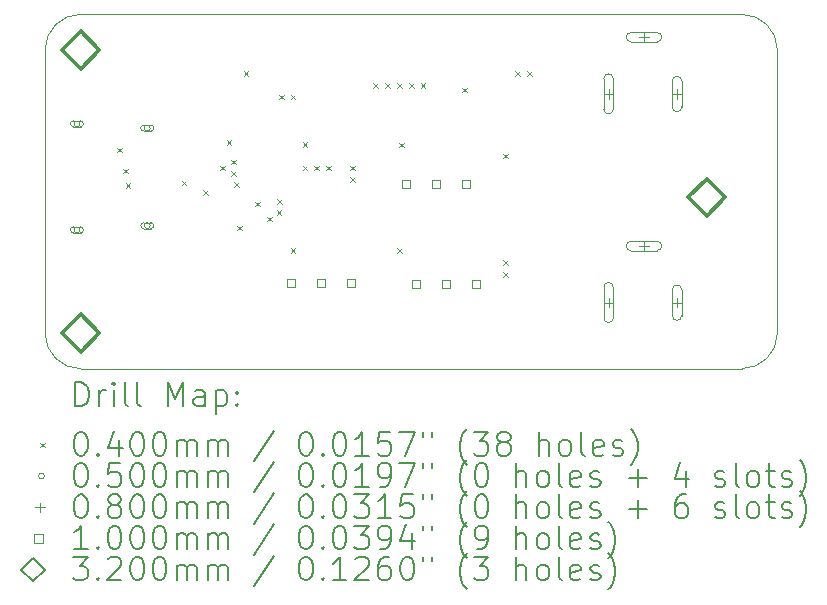
<source format=gbr>
%TF.GenerationSoftware,KiCad,Pcbnew,7.0.10-7.0.10~ubuntu20.04.1*%
%TF.CreationDate,2024-10-07T18:02:47+02:00*%
%TF.ProjectId,powerplay,706f7765-7270-46c6-9179-2e6b69636164,rev?*%
%TF.SameCoordinates,Original*%
%TF.FileFunction,Drillmap*%
%TF.FilePolarity,Positive*%
%FSLAX45Y45*%
G04 Gerber Fmt 4.5, Leading zero omitted, Abs format (unit mm)*
G04 Created by KiCad (PCBNEW 7.0.10-7.0.10~ubuntu20.04.1) date 2024-10-07 18:02:47*
%MOMM*%
%LPD*%
G01*
G04 APERTURE LIST*
%ADD10C,0.100000*%
%ADD11C,0.200000*%
%ADD12C,0.320000*%
G04 APERTURE END LIST*
D10*
X12400000Y-9400000D02*
G75*
G03*
X12700000Y-9700000I300000J0D01*
G01*
X12700000Y-6700000D02*
G75*
G03*
X12400000Y-7000000I0J-300000D01*
G01*
X18600000Y-7000000D02*
G75*
G03*
X18300000Y-6700000I-300000J0D01*
G01*
X18300000Y-9700000D02*
X12700000Y-9700000D01*
X12700000Y-6700000D02*
X18300000Y-6700000D01*
X18300000Y-9700000D02*
G75*
G03*
X18600000Y-9400000I0J300000D01*
G01*
X18600000Y-7000000D02*
X18600000Y-9400000D01*
X12400000Y-9400000D02*
X12400000Y-7000000D01*
D11*
D10*
X13010200Y-7828600D02*
X13050200Y-7868600D01*
X13050200Y-7828600D02*
X13010200Y-7868600D01*
X13061000Y-8006400D02*
X13101000Y-8046400D01*
X13101000Y-8006400D02*
X13061000Y-8046400D01*
X13082023Y-8126947D02*
X13122023Y-8166947D01*
X13122023Y-8126947D02*
X13082023Y-8166947D01*
X13556131Y-8108322D02*
X13596131Y-8148322D01*
X13596131Y-8108322D02*
X13556131Y-8148322D01*
X13737739Y-8186830D02*
X13777739Y-8226830D01*
X13777739Y-8186830D02*
X13737739Y-8226830D01*
X13880000Y-7980000D02*
X13920000Y-8020000D01*
X13920000Y-7980000D02*
X13880000Y-8020000D01*
X13937300Y-7765100D02*
X13977300Y-7805100D01*
X13977300Y-7765100D02*
X13937300Y-7805100D01*
X13974324Y-8028094D02*
X14014324Y-8068094D01*
X14014324Y-8028094D02*
X13974324Y-8068094D01*
X13975400Y-7930200D02*
X14015400Y-7970200D01*
X14015400Y-7930200D02*
X13975400Y-7970200D01*
X14000800Y-8119330D02*
X14040800Y-8159330D01*
X14040800Y-8119330D02*
X14000800Y-8159330D01*
X14026200Y-8489000D02*
X14066200Y-8529000D01*
X14066200Y-8489000D02*
X14026200Y-8529000D01*
X14080000Y-7180000D02*
X14120000Y-7220000D01*
X14120000Y-7180000D02*
X14080000Y-7220000D01*
X14178600Y-8285800D02*
X14218600Y-8325800D01*
X14218600Y-8285800D02*
X14178600Y-8325800D01*
X14280200Y-8412800D02*
X14320200Y-8452800D01*
X14320200Y-8412800D02*
X14280200Y-8452800D01*
X14359245Y-8360103D02*
X14399245Y-8400103D01*
X14399245Y-8360103D02*
X14359245Y-8400103D01*
X14365100Y-8265300D02*
X14405100Y-8305300D01*
X14405100Y-8265300D02*
X14365100Y-8305300D01*
X14380000Y-7380000D02*
X14420000Y-7420000D01*
X14420000Y-7380000D02*
X14380000Y-7420000D01*
X14480000Y-7380000D02*
X14520000Y-7420000D01*
X14520000Y-7380000D02*
X14480000Y-7420000D01*
X14480000Y-8680000D02*
X14520000Y-8720000D01*
X14520000Y-8680000D02*
X14480000Y-8720000D01*
X14580000Y-7780000D02*
X14620000Y-7820000D01*
X14620000Y-7780000D02*
X14580000Y-7820000D01*
X14580000Y-7980000D02*
X14620000Y-8020000D01*
X14620000Y-7980000D02*
X14580000Y-8020000D01*
X14680000Y-7980000D02*
X14720000Y-8020000D01*
X14720000Y-7980000D02*
X14680000Y-8020000D01*
X14780000Y-7980000D02*
X14820000Y-8020000D01*
X14820000Y-7980000D02*
X14780000Y-8020000D01*
X14980000Y-7980000D02*
X15020000Y-8020000D01*
X15020000Y-7980000D02*
X14980000Y-8020000D01*
X14980000Y-8080000D02*
X15020000Y-8120000D01*
X15020000Y-8080000D02*
X14980000Y-8120000D01*
X15180000Y-7280000D02*
X15220000Y-7320000D01*
X15220000Y-7280000D02*
X15180000Y-7320000D01*
X15280000Y-7280000D02*
X15320000Y-7320000D01*
X15320000Y-7280000D02*
X15280000Y-7320000D01*
X15380000Y-7280000D02*
X15420000Y-7320000D01*
X15420000Y-7280000D02*
X15380000Y-7320000D01*
X15380000Y-8680000D02*
X15420000Y-8720000D01*
X15420000Y-8680000D02*
X15380000Y-8720000D01*
X15397800Y-7786500D02*
X15437800Y-7826500D01*
X15437800Y-7786500D02*
X15397800Y-7826500D01*
X15480000Y-7280000D02*
X15520000Y-7320000D01*
X15520000Y-7280000D02*
X15480000Y-7320000D01*
X15580000Y-7280000D02*
X15620000Y-7320000D01*
X15620000Y-7280000D02*
X15580000Y-7320000D01*
X15931200Y-7320600D02*
X15971200Y-7360600D01*
X15971200Y-7320600D02*
X15931200Y-7360600D01*
X16280000Y-7880000D02*
X16320000Y-7920000D01*
X16320000Y-7880000D02*
X16280000Y-7920000D01*
X16280000Y-8780000D02*
X16320000Y-8820000D01*
X16320000Y-8780000D02*
X16280000Y-8820000D01*
X16280000Y-8880000D02*
X16320000Y-8920000D01*
X16320000Y-8880000D02*
X16280000Y-8920000D01*
X16380000Y-7180000D02*
X16420000Y-7220000D01*
X16420000Y-7180000D02*
X16380000Y-7220000D01*
X16480000Y-7180000D02*
X16520000Y-7220000D01*
X16520000Y-7180000D02*
X16480000Y-7220000D01*
X12694951Y-7626776D02*
G75*
G03*
X12644951Y-7626776I-25000J0D01*
G01*
X12644951Y-7626776D02*
G75*
G03*
X12694951Y-7626776I25000J0D01*
G01*
X12699951Y-7601776D02*
X12639951Y-7601776D01*
X12639951Y-7601776D02*
G75*
G03*
X12639951Y-7651776I0J-25000D01*
G01*
X12639951Y-7651776D02*
X12699951Y-7651776D01*
X12699951Y-7651776D02*
G75*
G03*
X12699951Y-7601776I0J25000D01*
G01*
X12694951Y-8524776D02*
G75*
G03*
X12644951Y-8524776I-25000J0D01*
G01*
X12644951Y-8524776D02*
G75*
G03*
X12694951Y-8524776I25000J0D01*
G01*
X12699951Y-8499776D02*
X12639951Y-8499776D01*
X12639951Y-8499776D02*
G75*
G03*
X12639951Y-8549776I0J-25000D01*
G01*
X12639951Y-8549776D02*
X12699951Y-8549776D01*
X12699951Y-8549776D02*
G75*
G03*
X12699951Y-8499776I0J25000D01*
G01*
X13289951Y-7662776D02*
G75*
G03*
X13239951Y-7662776I-25000J0D01*
G01*
X13239951Y-7662776D02*
G75*
G03*
X13289951Y-7662776I25000J0D01*
G01*
X13294951Y-7637776D02*
X13234951Y-7637776D01*
X13234951Y-7637776D02*
G75*
G03*
X13234951Y-7687776I0J-25000D01*
G01*
X13234951Y-7687776D02*
X13294951Y-7687776D01*
X13294951Y-7687776D02*
G75*
G03*
X13294951Y-7637776I0J25000D01*
G01*
X13289951Y-8488776D02*
G75*
G03*
X13239951Y-8488776I-25000J0D01*
G01*
X13239951Y-8488776D02*
G75*
G03*
X13289951Y-8488776I25000J0D01*
G01*
X13294951Y-8463776D02*
X13234951Y-8463776D01*
X13234951Y-8463776D02*
G75*
G03*
X13234951Y-8513776I0J-25000D01*
G01*
X13234951Y-8513776D02*
X13294951Y-8513776D01*
X13294951Y-8513776D02*
G75*
G03*
X13294951Y-8463776I0J25000D01*
G01*
X17170400Y-7333301D02*
X17170400Y-7413301D01*
X17130400Y-7373301D02*
X17210400Y-7373301D01*
X17210400Y-7503301D02*
X17210400Y-7243301D01*
X17210400Y-7243301D02*
G75*
G03*
X17130400Y-7243301I-40000J0D01*
G01*
X17130400Y-7243301D02*
X17130400Y-7503301D01*
X17130400Y-7503301D02*
G75*
G03*
X17210400Y-7503301I40000J0D01*
G01*
X17170400Y-9100500D02*
X17170400Y-9180500D01*
X17130400Y-9140500D02*
X17210400Y-9140500D01*
X17210400Y-9270500D02*
X17210400Y-9010500D01*
X17210400Y-9010500D02*
G75*
G03*
X17130400Y-9010500I-40000J0D01*
G01*
X17130400Y-9010500D02*
X17130400Y-9270500D01*
X17130400Y-9270500D02*
G75*
G03*
X17210400Y-9270500I40000J0D01*
G01*
X17470400Y-6853301D02*
X17470400Y-6933301D01*
X17430400Y-6893301D02*
X17510400Y-6893301D01*
X17580400Y-6853301D02*
X17360400Y-6853301D01*
X17360400Y-6853301D02*
G75*
G03*
X17360400Y-6933301I0J-40000D01*
G01*
X17360400Y-6933301D02*
X17580400Y-6933301D01*
X17580400Y-6933301D02*
G75*
G03*
X17580400Y-6853301I0J40000D01*
G01*
X17470400Y-8620500D02*
X17470400Y-8700500D01*
X17430400Y-8660500D02*
X17510400Y-8660500D01*
X17580400Y-8620500D02*
X17360400Y-8620500D01*
X17360400Y-8620500D02*
G75*
G03*
X17360400Y-8700500I0J-40000D01*
G01*
X17360400Y-8700500D02*
X17580400Y-8700500D01*
X17580400Y-8700500D02*
G75*
G03*
X17580400Y-8620500I0J40000D01*
G01*
X17750400Y-7333301D02*
X17750400Y-7413301D01*
X17710400Y-7373301D02*
X17790400Y-7373301D01*
X17790400Y-7483301D02*
X17790400Y-7263301D01*
X17790400Y-7263301D02*
G75*
G03*
X17710400Y-7263301I-40000J0D01*
G01*
X17710400Y-7263301D02*
X17710400Y-7483301D01*
X17710400Y-7483301D02*
G75*
G03*
X17790400Y-7483301I40000J0D01*
G01*
X17750400Y-9100500D02*
X17750400Y-9180500D01*
X17710400Y-9140500D02*
X17790400Y-9140500D01*
X17790400Y-9250500D02*
X17790400Y-9030500D01*
X17790400Y-9030500D02*
G75*
G03*
X17710400Y-9030500I-40000J0D01*
G01*
X17710400Y-9030500D02*
X17710400Y-9250500D01*
X17710400Y-9250500D02*
G75*
G03*
X17790400Y-9250500I40000J0D01*
G01*
X14518486Y-9010927D02*
X14518486Y-8940216D01*
X14447775Y-8940216D01*
X14447775Y-9010927D01*
X14518486Y-9010927D01*
X14772486Y-9010927D02*
X14772486Y-8940216D01*
X14701775Y-8940216D01*
X14701775Y-9010927D01*
X14772486Y-9010927D01*
X15026486Y-9010927D02*
X15026486Y-8940216D01*
X14955775Y-8940216D01*
X14955775Y-9010927D01*
X15026486Y-9010927D01*
X15493206Y-8172906D02*
X15493206Y-8102194D01*
X15422494Y-8102194D01*
X15422494Y-8172906D01*
X15493206Y-8172906D01*
X15577157Y-9018383D02*
X15577157Y-8947671D01*
X15506445Y-8947671D01*
X15506445Y-9018383D01*
X15577157Y-9018383D01*
X15747206Y-8172906D02*
X15747206Y-8102194D01*
X15676494Y-8102194D01*
X15676494Y-8172906D01*
X15747206Y-8172906D01*
X15831157Y-9018383D02*
X15831157Y-8947671D01*
X15760445Y-8947671D01*
X15760445Y-9018383D01*
X15831157Y-9018383D01*
X16001206Y-8172906D02*
X16001206Y-8102194D01*
X15930494Y-8102194D01*
X15930494Y-8172906D01*
X16001206Y-8172906D01*
X16085157Y-9018383D02*
X16085157Y-8947671D01*
X16014445Y-8947671D01*
X16014445Y-9018383D01*
X16085157Y-9018383D01*
D12*
X12700000Y-7160000D02*
X12860000Y-7000000D01*
X12700000Y-6840000D01*
X12540000Y-7000000D01*
X12700000Y-7160000D01*
X12700000Y-9560000D02*
X12860000Y-9400000D01*
X12700000Y-9240000D01*
X12540000Y-9400000D01*
X12700000Y-9560000D01*
X18000000Y-8410000D02*
X18160000Y-8250000D01*
X18000000Y-8090000D01*
X17840000Y-8250000D01*
X18000000Y-8410000D01*
D11*
X12655777Y-10016484D02*
X12655777Y-9816484D01*
X12655777Y-9816484D02*
X12703396Y-9816484D01*
X12703396Y-9816484D02*
X12731967Y-9826008D01*
X12731967Y-9826008D02*
X12751015Y-9845055D01*
X12751015Y-9845055D02*
X12760539Y-9864103D01*
X12760539Y-9864103D02*
X12770062Y-9902198D01*
X12770062Y-9902198D02*
X12770062Y-9930770D01*
X12770062Y-9930770D02*
X12760539Y-9968865D01*
X12760539Y-9968865D02*
X12751015Y-9987912D01*
X12751015Y-9987912D02*
X12731967Y-10006960D01*
X12731967Y-10006960D02*
X12703396Y-10016484D01*
X12703396Y-10016484D02*
X12655777Y-10016484D01*
X12855777Y-10016484D02*
X12855777Y-9883150D01*
X12855777Y-9921246D02*
X12865301Y-9902198D01*
X12865301Y-9902198D02*
X12874824Y-9892674D01*
X12874824Y-9892674D02*
X12893872Y-9883150D01*
X12893872Y-9883150D02*
X12912920Y-9883150D01*
X12979586Y-10016484D02*
X12979586Y-9883150D01*
X12979586Y-9816484D02*
X12970062Y-9826008D01*
X12970062Y-9826008D02*
X12979586Y-9835531D01*
X12979586Y-9835531D02*
X12989110Y-9826008D01*
X12989110Y-9826008D02*
X12979586Y-9816484D01*
X12979586Y-9816484D02*
X12979586Y-9835531D01*
X13103396Y-10016484D02*
X13084348Y-10006960D01*
X13084348Y-10006960D02*
X13074824Y-9987912D01*
X13074824Y-9987912D02*
X13074824Y-9816484D01*
X13208158Y-10016484D02*
X13189110Y-10006960D01*
X13189110Y-10006960D02*
X13179586Y-9987912D01*
X13179586Y-9987912D02*
X13179586Y-9816484D01*
X13436729Y-10016484D02*
X13436729Y-9816484D01*
X13436729Y-9816484D02*
X13503396Y-9959341D01*
X13503396Y-9959341D02*
X13570062Y-9816484D01*
X13570062Y-9816484D02*
X13570062Y-10016484D01*
X13751015Y-10016484D02*
X13751015Y-9911722D01*
X13751015Y-9911722D02*
X13741491Y-9892674D01*
X13741491Y-9892674D02*
X13722443Y-9883150D01*
X13722443Y-9883150D02*
X13684348Y-9883150D01*
X13684348Y-9883150D02*
X13665301Y-9892674D01*
X13751015Y-10006960D02*
X13731967Y-10016484D01*
X13731967Y-10016484D02*
X13684348Y-10016484D01*
X13684348Y-10016484D02*
X13665301Y-10006960D01*
X13665301Y-10006960D02*
X13655777Y-9987912D01*
X13655777Y-9987912D02*
X13655777Y-9968865D01*
X13655777Y-9968865D02*
X13665301Y-9949817D01*
X13665301Y-9949817D02*
X13684348Y-9940293D01*
X13684348Y-9940293D02*
X13731967Y-9940293D01*
X13731967Y-9940293D02*
X13751015Y-9930770D01*
X13846253Y-9883150D02*
X13846253Y-10083150D01*
X13846253Y-9892674D02*
X13865301Y-9883150D01*
X13865301Y-9883150D02*
X13903396Y-9883150D01*
X13903396Y-9883150D02*
X13922443Y-9892674D01*
X13922443Y-9892674D02*
X13931967Y-9902198D01*
X13931967Y-9902198D02*
X13941491Y-9921246D01*
X13941491Y-9921246D02*
X13941491Y-9978389D01*
X13941491Y-9978389D02*
X13931967Y-9997436D01*
X13931967Y-9997436D02*
X13922443Y-10006960D01*
X13922443Y-10006960D02*
X13903396Y-10016484D01*
X13903396Y-10016484D02*
X13865301Y-10016484D01*
X13865301Y-10016484D02*
X13846253Y-10006960D01*
X14027205Y-9997436D02*
X14036729Y-10006960D01*
X14036729Y-10006960D02*
X14027205Y-10016484D01*
X14027205Y-10016484D02*
X14017682Y-10006960D01*
X14017682Y-10006960D02*
X14027205Y-9997436D01*
X14027205Y-9997436D02*
X14027205Y-10016484D01*
X14027205Y-9892674D02*
X14036729Y-9902198D01*
X14036729Y-9902198D02*
X14027205Y-9911722D01*
X14027205Y-9911722D02*
X14017682Y-9902198D01*
X14017682Y-9902198D02*
X14027205Y-9892674D01*
X14027205Y-9892674D02*
X14027205Y-9911722D01*
D10*
X12355000Y-10325000D02*
X12395000Y-10365000D01*
X12395000Y-10325000D02*
X12355000Y-10365000D01*
D11*
X12693872Y-10236484D02*
X12712920Y-10236484D01*
X12712920Y-10236484D02*
X12731967Y-10246008D01*
X12731967Y-10246008D02*
X12741491Y-10255531D01*
X12741491Y-10255531D02*
X12751015Y-10274579D01*
X12751015Y-10274579D02*
X12760539Y-10312674D01*
X12760539Y-10312674D02*
X12760539Y-10360293D01*
X12760539Y-10360293D02*
X12751015Y-10398389D01*
X12751015Y-10398389D02*
X12741491Y-10417436D01*
X12741491Y-10417436D02*
X12731967Y-10426960D01*
X12731967Y-10426960D02*
X12712920Y-10436484D01*
X12712920Y-10436484D02*
X12693872Y-10436484D01*
X12693872Y-10436484D02*
X12674824Y-10426960D01*
X12674824Y-10426960D02*
X12665301Y-10417436D01*
X12665301Y-10417436D02*
X12655777Y-10398389D01*
X12655777Y-10398389D02*
X12646253Y-10360293D01*
X12646253Y-10360293D02*
X12646253Y-10312674D01*
X12646253Y-10312674D02*
X12655777Y-10274579D01*
X12655777Y-10274579D02*
X12665301Y-10255531D01*
X12665301Y-10255531D02*
X12674824Y-10246008D01*
X12674824Y-10246008D02*
X12693872Y-10236484D01*
X12846253Y-10417436D02*
X12855777Y-10426960D01*
X12855777Y-10426960D02*
X12846253Y-10436484D01*
X12846253Y-10436484D02*
X12836729Y-10426960D01*
X12836729Y-10426960D02*
X12846253Y-10417436D01*
X12846253Y-10417436D02*
X12846253Y-10436484D01*
X13027205Y-10303150D02*
X13027205Y-10436484D01*
X12979586Y-10226960D02*
X12931967Y-10369817D01*
X12931967Y-10369817D02*
X13055777Y-10369817D01*
X13170062Y-10236484D02*
X13189110Y-10236484D01*
X13189110Y-10236484D02*
X13208158Y-10246008D01*
X13208158Y-10246008D02*
X13217682Y-10255531D01*
X13217682Y-10255531D02*
X13227205Y-10274579D01*
X13227205Y-10274579D02*
X13236729Y-10312674D01*
X13236729Y-10312674D02*
X13236729Y-10360293D01*
X13236729Y-10360293D02*
X13227205Y-10398389D01*
X13227205Y-10398389D02*
X13217682Y-10417436D01*
X13217682Y-10417436D02*
X13208158Y-10426960D01*
X13208158Y-10426960D02*
X13189110Y-10436484D01*
X13189110Y-10436484D02*
X13170062Y-10436484D01*
X13170062Y-10436484D02*
X13151015Y-10426960D01*
X13151015Y-10426960D02*
X13141491Y-10417436D01*
X13141491Y-10417436D02*
X13131967Y-10398389D01*
X13131967Y-10398389D02*
X13122443Y-10360293D01*
X13122443Y-10360293D02*
X13122443Y-10312674D01*
X13122443Y-10312674D02*
X13131967Y-10274579D01*
X13131967Y-10274579D02*
X13141491Y-10255531D01*
X13141491Y-10255531D02*
X13151015Y-10246008D01*
X13151015Y-10246008D02*
X13170062Y-10236484D01*
X13360539Y-10236484D02*
X13379586Y-10236484D01*
X13379586Y-10236484D02*
X13398634Y-10246008D01*
X13398634Y-10246008D02*
X13408158Y-10255531D01*
X13408158Y-10255531D02*
X13417682Y-10274579D01*
X13417682Y-10274579D02*
X13427205Y-10312674D01*
X13427205Y-10312674D02*
X13427205Y-10360293D01*
X13427205Y-10360293D02*
X13417682Y-10398389D01*
X13417682Y-10398389D02*
X13408158Y-10417436D01*
X13408158Y-10417436D02*
X13398634Y-10426960D01*
X13398634Y-10426960D02*
X13379586Y-10436484D01*
X13379586Y-10436484D02*
X13360539Y-10436484D01*
X13360539Y-10436484D02*
X13341491Y-10426960D01*
X13341491Y-10426960D02*
X13331967Y-10417436D01*
X13331967Y-10417436D02*
X13322443Y-10398389D01*
X13322443Y-10398389D02*
X13312920Y-10360293D01*
X13312920Y-10360293D02*
X13312920Y-10312674D01*
X13312920Y-10312674D02*
X13322443Y-10274579D01*
X13322443Y-10274579D02*
X13331967Y-10255531D01*
X13331967Y-10255531D02*
X13341491Y-10246008D01*
X13341491Y-10246008D02*
X13360539Y-10236484D01*
X13512920Y-10436484D02*
X13512920Y-10303150D01*
X13512920Y-10322198D02*
X13522443Y-10312674D01*
X13522443Y-10312674D02*
X13541491Y-10303150D01*
X13541491Y-10303150D02*
X13570063Y-10303150D01*
X13570063Y-10303150D02*
X13589110Y-10312674D01*
X13589110Y-10312674D02*
X13598634Y-10331722D01*
X13598634Y-10331722D02*
X13598634Y-10436484D01*
X13598634Y-10331722D02*
X13608158Y-10312674D01*
X13608158Y-10312674D02*
X13627205Y-10303150D01*
X13627205Y-10303150D02*
X13655777Y-10303150D01*
X13655777Y-10303150D02*
X13674824Y-10312674D01*
X13674824Y-10312674D02*
X13684348Y-10331722D01*
X13684348Y-10331722D02*
X13684348Y-10436484D01*
X13779586Y-10436484D02*
X13779586Y-10303150D01*
X13779586Y-10322198D02*
X13789110Y-10312674D01*
X13789110Y-10312674D02*
X13808158Y-10303150D01*
X13808158Y-10303150D02*
X13836729Y-10303150D01*
X13836729Y-10303150D02*
X13855777Y-10312674D01*
X13855777Y-10312674D02*
X13865301Y-10331722D01*
X13865301Y-10331722D02*
X13865301Y-10436484D01*
X13865301Y-10331722D02*
X13874824Y-10312674D01*
X13874824Y-10312674D02*
X13893872Y-10303150D01*
X13893872Y-10303150D02*
X13922443Y-10303150D01*
X13922443Y-10303150D02*
X13941491Y-10312674D01*
X13941491Y-10312674D02*
X13951015Y-10331722D01*
X13951015Y-10331722D02*
X13951015Y-10436484D01*
X14341491Y-10226960D02*
X14170063Y-10484103D01*
X14598634Y-10236484D02*
X14617682Y-10236484D01*
X14617682Y-10236484D02*
X14636729Y-10246008D01*
X14636729Y-10246008D02*
X14646253Y-10255531D01*
X14646253Y-10255531D02*
X14655777Y-10274579D01*
X14655777Y-10274579D02*
X14665301Y-10312674D01*
X14665301Y-10312674D02*
X14665301Y-10360293D01*
X14665301Y-10360293D02*
X14655777Y-10398389D01*
X14655777Y-10398389D02*
X14646253Y-10417436D01*
X14646253Y-10417436D02*
X14636729Y-10426960D01*
X14636729Y-10426960D02*
X14617682Y-10436484D01*
X14617682Y-10436484D02*
X14598634Y-10436484D01*
X14598634Y-10436484D02*
X14579586Y-10426960D01*
X14579586Y-10426960D02*
X14570063Y-10417436D01*
X14570063Y-10417436D02*
X14560539Y-10398389D01*
X14560539Y-10398389D02*
X14551015Y-10360293D01*
X14551015Y-10360293D02*
X14551015Y-10312674D01*
X14551015Y-10312674D02*
X14560539Y-10274579D01*
X14560539Y-10274579D02*
X14570063Y-10255531D01*
X14570063Y-10255531D02*
X14579586Y-10246008D01*
X14579586Y-10246008D02*
X14598634Y-10236484D01*
X14751015Y-10417436D02*
X14760539Y-10426960D01*
X14760539Y-10426960D02*
X14751015Y-10436484D01*
X14751015Y-10436484D02*
X14741491Y-10426960D01*
X14741491Y-10426960D02*
X14751015Y-10417436D01*
X14751015Y-10417436D02*
X14751015Y-10436484D01*
X14884348Y-10236484D02*
X14903396Y-10236484D01*
X14903396Y-10236484D02*
X14922444Y-10246008D01*
X14922444Y-10246008D02*
X14931967Y-10255531D01*
X14931967Y-10255531D02*
X14941491Y-10274579D01*
X14941491Y-10274579D02*
X14951015Y-10312674D01*
X14951015Y-10312674D02*
X14951015Y-10360293D01*
X14951015Y-10360293D02*
X14941491Y-10398389D01*
X14941491Y-10398389D02*
X14931967Y-10417436D01*
X14931967Y-10417436D02*
X14922444Y-10426960D01*
X14922444Y-10426960D02*
X14903396Y-10436484D01*
X14903396Y-10436484D02*
X14884348Y-10436484D01*
X14884348Y-10436484D02*
X14865301Y-10426960D01*
X14865301Y-10426960D02*
X14855777Y-10417436D01*
X14855777Y-10417436D02*
X14846253Y-10398389D01*
X14846253Y-10398389D02*
X14836729Y-10360293D01*
X14836729Y-10360293D02*
X14836729Y-10312674D01*
X14836729Y-10312674D02*
X14846253Y-10274579D01*
X14846253Y-10274579D02*
X14855777Y-10255531D01*
X14855777Y-10255531D02*
X14865301Y-10246008D01*
X14865301Y-10246008D02*
X14884348Y-10236484D01*
X15141491Y-10436484D02*
X15027206Y-10436484D01*
X15084348Y-10436484D02*
X15084348Y-10236484D01*
X15084348Y-10236484D02*
X15065301Y-10265055D01*
X15065301Y-10265055D02*
X15046253Y-10284103D01*
X15046253Y-10284103D02*
X15027206Y-10293627D01*
X15322444Y-10236484D02*
X15227206Y-10236484D01*
X15227206Y-10236484D02*
X15217682Y-10331722D01*
X15217682Y-10331722D02*
X15227206Y-10322198D01*
X15227206Y-10322198D02*
X15246253Y-10312674D01*
X15246253Y-10312674D02*
X15293872Y-10312674D01*
X15293872Y-10312674D02*
X15312920Y-10322198D01*
X15312920Y-10322198D02*
X15322444Y-10331722D01*
X15322444Y-10331722D02*
X15331967Y-10350770D01*
X15331967Y-10350770D02*
X15331967Y-10398389D01*
X15331967Y-10398389D02*
X15322444Y-10417436D01*
X15322444Y-10417436D02*
X15312920Y-10426960D01*
X15312920Y-10426960D02*
X15293872Y-10436484D01*
X15293872Y-10436484D02*
X15246253Y-10436484D01*
X15246253Y-10436484D02*
X15227206Y-10426960D01*
X15227206Y-10426960D02*
X15217682Y-10417436D01*
X15398634Y-10236484D02*
X15531967Y-10236484D01*
X15531967Y-10236484D02*
X15446253Y-10436484D01*
X15598634Y-10236484D02*
X15598634Y-10274579D01*
X15674825Y-10236484D02*
X15674825Y-10274579D01*
X15970063Y-10512674D02*
X15960539Y-10503150D01*
X15960539Y-10503150D02*
X15941491Y-10474579D01*
X15941491Y-10474579D02*
X15931968Y-10455531D01*
X15931968Y-10455531D02*
X15922444Y-10426960D01*
X15922444Y-10426960D02*
X15912920Y-10379341D01*
X15912920Y-10379341D02*
X15912920Y-10341246D01*
X15912920Y-10341246D02*
X15922444Y-10293627D01*
X15922444Y-10293627D02*
X15931968Y-10265055D01*
X15931968Y-10265055D02*
X15941491Y-10246008D01*
X15941491Y-10246008D02*
X15960539Y-10217436D01*
X15960539Y-10217436D02*
X15970063Y-10207912D01*
X16027206Y-10236484D02*
X16151015Y-10236484D01*
X16151015Y-10236484D02*
X16084348Y-10312674D01*
X16084348Y-10312674D02*
X16112920Y-10312674D01*
X16112920Y-10312674D02*
X16131968Y-10322198D01*
X16131968Y-10322198D02*
X16141491Y-10331722D01*
X16141491Y-10331722D02*
X16151015Y-10350770D01*
X16151015Y-10350770D02*
X16151015Y-10398389D01*
X16151015Y-10398389D02*
X16141491Y-10417436D01*
X16141491Y-10417436D02*
X16131968Y-10426960D01*
X16131968Y-10426960D02*
X16112920Y-10436484D01*
X16112920Y-10436484D02*
X16055777Y-10436484D01*
X16055777Y-10436484D02*
X16036729Y-10426960D01*
X16036729Y-10426960D02*
X16027206Y-10417436D01*
X16265301Y-10322198D02*
X16246253Y-10312674D01*
X16246253Y-10312674D02*
X16236729Y-10303150D01*
X16236729Y-10303150D02*
X16227206Y-10284103D01*
X16227206Y-10284103D02*
X16227206Y-10274579D01*
X16227206Y-10274579D02*
X16236729Y-10255531D01*
X16236729Y-10255531D02*
X16246253Y-10246008D01*
X16246253Y-10246008D02*
X16265301Y-10236484D01*
X16265301Y-10236484D02*
X16303396Y-10236484D01*
X16303396Y-10236484D02*
X16322444Y-10246008D01*
X16322444Y-10246008D02*
X16331968Y-10255531D01*
X16331968Y-10255531D02*
X16341491Y-10274579D01*
X16341491Y-10274579D02*
X16341491Y-10284103D01*
X16341491Y-10284103D02*
X16331968Y-10303150D01*
X16331968Y-10303150D02*
X16322444Y-10312674D01*
X16322444Y-10312674D02*
X16303396Y-10322198D01*
X16303396Y-10322198D02*
X16265301Y-10322198D01*
X16265301Y-10322198D02*
X16246253Y-10331722D01*
X16246253Y-10331722D02*
X16236729Y-10341246D01*
X16236729Y-10341246D02*
X16227206Y-10360293D01*
X16227206Y-10360293D02*
X16227206Y-10398389D01*
X16227206Y-10398389D02*
X16236729Y-10417436D01*
X16236729Y-10417436D02*
X16246253Y-10426960D01*
X16246253Y-10426960D02*
X16265301Y-10436484D01*
X16265301Y-10436484D02*
X16303396Y-10436484D01*
X16303396Y-10436484D02*
X16322444Y-10426960D01*
X16322444Y-10426960D02*
X16331968Y-10417436D01*
X16331968Y-10417436D02*
X16341491Y-10398389D01*
X16341491Y-10398389D02*
X16341491Y-10360293D01*
X16341491Y-10360293D02*
X16331968Y-10341246D01*
X16331968Y-10341246D02*
X16322444Y-10331722D01*
X16322444Y-10331722D02*
X16303396Y-10322198D01*
X16579587Y-10436484D02*
X16579587Y-10236484D01*
X16665301Y-10436484D02*
X16665301Y-10331722D01*
X16665301Y-10331722D02*
X16655777Y-10312674D01*
X16655777Y-10312674D02*
X16636730Y-10303150D01*
X16636730Y-10303150D02*
X16608158Y-10303150D01*
X16608158Y-10303150D02*
X16589110Y-10312674D01*
X16589110Y-10312674D02*
X16579587Y-10322198D01*
X16789111Y-10436484D02*
X16770063Y-10426960D01*
X16770063Y-10426960D02*
X16760539Y-10417436D01*
X16760539Y-10417436D02*
X16751015Y-10398389D01*
X16751015Y-10398389D02*
X16751015Y-10341246D01*
X16751015Y-10341246D02*
X16760539Y-10322198D01*
X16760539Y-10322198D02*
X16770063Y-10312674D01*
X16770063Y-10312674D02*
X16789111Y-10303150D01*
X16789111Y-10303150D02*
X16817682Y-10303150D01*
X16817682Y-10303150D02*
X16836730Y-10312674D01*
X16836730Y-10312674D02*
X16846253Y-10322198D01*
X16846253Y-10322198D02*
X16855777Y-10341246D01*
X16855777Y-10341246D02*
X16855777Y-10398389D01*
X16855777Y-10398389D02*
X16846253Y-10417436D01*
X16846253Y-10417436D02*
X16836730Y-10426960D01*
X16836730Y-10426960D02*
X16817682Y-10436484D01*
X16817682Y-10436484D02*
X16789111Y-10436484D01*
X16970063Y-10436484D02*
X16951015Y-10426960D01*
X16951015Y-10426960D02*
X16941492Y-10407912D01*
X16941492Y-10407912D02*
X16941492Y-10236484D01*
X17122444Y-10426960D02*
X17103396Y-10436484D01*
X17103396Y-10436484D02*
X17065301Y-10436484D01*
X17065301Y-10436484D02*
X17046253Y-10426960D01*
X17046253Y-10426960D02*
X17036730Y-10407912D01*
X17036730Y-10407912D02*
X17036730Y-10331722D01*
X17036730Y-10331722D02*
X17046253Y-10312674D01*
X17046253Y-10312674D02*
X17065301Y-10303150D01*
X17065301Y-10303150D02*
X17103396Y-10303150D01*
X17103396Y-10303150D02*
X17122444Y-10312674D01*
X17122444Y-10312674D02*
X17131968Y-10331722D01*
X17131968Y-10331722D02*
X17131968Y-10350770D01*
X17131968Y-10350770D02*
X17036730Y-10369817D01*
X17208158Y-10426960D02*
X17227206Y-10436484D01*
X17227206Y-10436484D02*
X17265301Y-10436484D01*
X17265301Y-10436484D02*
X17284349Y-10426960D01*
X17284349Y-10426960D02*
X17293873Y-10407912D01*
X17293873Y-10407912D02*
X17293873Y-10398389D01*
X17293873Y-10398389D02*
X17284349Y-10379341D01*
X17284349Y-10379341D02*
X17265301Y-10369817D01*
X17265301Y-10369817D02*
X17236730Y-10369817D01*
X17236730Y-10369817D02*
X17217682Y-10360293D01*
X17217682Y-10360293D02*
X17208158Y-10341246D01*
X17208158Y-10341246D02*
X17208158Y-10331722D01*
X17208158Y-10331722D02*
X17217682Y-10312674D01*
X17217682Y-10312674D02*
X17236730Y-10303150D01*
X17236730Y-10303150D02*
X17265301Y-10303150D01*
X17265301Y-10303150D02*
X17284349Y-10312674D01*
X17360539Y-10512674D02*
X17370063Y-10503150D01*
X17370063Y-10503150D02*
X17389111Y-10474579D01*
X17389111Y-10474579D02*
X17398634Y-10455531D01*
X17398634Y-10455531D02*
X17408158Y-10426960D01*
X17408158Y-10426960D02*
X17417682Y-10379341D01*
X17417682Y-10379341D02*
X17417682Y-10341246D01*
X17417682Y-10341246D02*
X17408158Y-10293627D01*
X17408158Y-10293627D02*
X17398634Y-10265055D01*
X17398634Y-10265055D02*
X17389111Y-10246008D01*
X17389111Y-10246008D02*
X17370063Y-10217436D01*
X17370063Y-10217436D02*
X17360539Y-10207912D01*
D10*
X12395000Y-10609000D02*
G75*
G03*
X12345000Y-10609000I-25000J0D01*
G01*
X12345000Y-10609000D02*
G75*
G03*
X12395000Y-10609000I25000J0D01*
G01*
D11*
X12693872Y-10500484D02*
X12712920Y-10500484D01*
X12712920Y-10500484D02*
X12731967Y-10510008D01*
X12731967Y-10510008D02*
X12741491Y-10519531D01*
X12741491Y-10519531D02*
X12751015Y-10538579D01*
X12751015Y-10538579D02*
X12760539Y-10576674D01*
X12760539Y-10576674D02*
X12760539Y-10624293D01*
X12760539Y-10624293D02*
X12751015Y-10662389D01*
X12751015Y-10662389D02*
X12741491Y-10681436D01*
X12741491Y-10681436D02*
X12731967Y-10690960D01*
X12731967Y-10690960D02*
X12712920Y-10700484D01*
X12712920Y-10700484D02*
X12693872Y-10700484D01*
X12693872Y-10700484D02*
X12674824Y-10690960D01*
X12674824Y-10690960D02*
X12665301Y-10681436D01*
X12665301Y-10681436D02*
X12655777Y-10662389D01*
X12655777Y-10662389D02*
X12646253Y-10624293D01*
X12646253Y-10624293D02*
X12646253Y-10576674D01*
X12646253Y-10576674D02*
X12655777Y-10538579D01*
X12655777Y-10538579D02*
X12665301Y-10519531D01*
X12665301Y-10519531D02*
X12674824Y-10510008D01*
X12674824Y-10510008D02*
X12693872Y-10500484D01*
X12846253Y-10681436D02*
X12855777Y-10690960D01*
X12855777Y-10690960D02*
X12846253Y-10700484D01*
X12846253Y-10700484D02*
X12836729Y-10690960D01*
X12836729Y-10690960D02*
X12846253Y-10681436D01*
X12846253Y-10681436D02*
X12846253Y-10700484D01*
X13036729Y-10500484D02*
X12941491Y-10500484D01*
X12941491Y-10500484D02*
X12931967Y-10595722D01*
X12931967Y-10595722D02*
X12941491Y-10586198D01*
X12941491Y-10586198D02*
X12960539Y-10576674D01*
X12960539Y-10576674D02*
X13008158Y-10576674D01*
X13008158Y-10576674D02*
X13027205Y-10586198D01*
X13027205Y-10586198D02*
X13036729Y-10595722D01*
X13036729Y-10595722D02*
X13046253Y-10614770D01*
X13046253Y-10614770D02*
X13046253Y-10662389D01*
X13046253Y-10662389D02*
X13036729Y-10681436D01*
X13036729Y-10681436D02*
X13027205Y-10690960D01*
X13027205Y-10690960D02*
X13008158Y-10700484D01*
X13008158Y-10700484D02*
X12960539Y-10700484D01*
X12960539Y-10700484D02*
X12941491Y-10690960D01*
X12941491Y-10690960D02*
X12931967Y-10681436D01*
X13170062Y-10500484D02*
X13189110Y-10500484D01*
X13189110Y-10500484D02*
X13208158Y-10510008D01*
X13208158Y-10510008D02*
X13217682Y-10519531D01*
X13217682Y-10519531D02*
X13227205Y-10538579D01*
X13227205Y-10538579D02*
X13236729Y-10576674D01*
X13236729Y-10576674D02*
X13236729Y-10624293D01*
X13236729Y-10624293D02*
X13227205Y-10662389D01*
X13227205Y-10662389D02*
X13217682Y-10681436D01*
X13217682Y-10681436D02*
X13208158Y-10690960D01*
X13208158Y-10690960D02*
X13189110Y-10700484D01*
X13189110Y-10700484D02*
X13170062Y-10700484D01*
X13170062Y-10700484D02*
X13151015Y-10690960D01*
X13151015Y-10690960D02*
X13141491Y-10681436D01*
X13141491Y-10681436D02*
X13131967Y-10662389D01*
X13131967Y-10662389D02*
X13122443Y-10624293D01*
X13122443Y-10624293D02*
X13122443Y-10576674D01*
X13122443Y-10576674D02*
X13131967Y-10538579D01*
X13131967Y-10538579D02*
X13141491Y-10519531D01*
X13141491Y-10519531D02*
X13151015Y-10510008D01*
X13151015Y-10510008D02*
X13170062Y-10500484D01*
X13360539Y-10500484D02*
X13379586Y-10500484D01*
X13379586Y-10500484D02*
X13398634Y-10510008D01*
X13398634Y-10510008D02*
X13408158Y-10519531D01*
X13408158Y-10519531D02*
X13417682Y-10538579D01*
X13417682Y-10538579D02*
X13427205Y-10576674D01*
X13427205Y-10576674D02*
X13427205Y-10624293D01*
X13427205Y-10624293D02*
X13417682Y-10662389D01*
X13417682Y-10662389D02*
X13408158Y-10681436D01*
X13408158Y-10681436D02*
X13398634Y-10690960D01*
X13398634Y-10690960D02*
X13379586Y-10700484D01*
X13379586Y-10700484D02*
X13360539Y-10700484D01*
X13360539Y-10700484D02*
X13341491Y-10690960D01*
X13341491Y-10690960D02*
X13331967Y-10681436D01*
X13331967Y-10681436D02*
X13322443Y-10662389D01*
X13322443Y-10662389D02*
X13312920Y-10624293D01*
X13312920Y-10624293D02*
X13312920Y-10576674D01*
X13312920Y-10576674D02*
X13322443Y-10538579D01*
X13322443Y-10538579D02*
X13331967Y-10519531D01*
X13331967Y-10519531D02*
X13341491Y-10510008D01*
X13341491Y-10510008D02*
X13360539Y-10500484D01*
X13512920Y-10700484D02*
X13512920Y-10567150D01*
X13512920Y-10586198D02*
X13522443Y-10576674D01*
X13522443Y-10576674D02*
X13541491Y-10567150D01*
X13541491Y-10567150D02*
X13570063Y-10567150D01*
X13570063Y-10567150D02*
X13589110Y-10576674D01*
X13589110Y-10576674D02*
X13598634Y-10595722D01*
X13598634Y-10595722D02*
X13598634Y-10700484D01*
X13598634Y-10595722D02*
X13608158Y-10576674D01*
X13608158Y-10576674D02*
X13627205Y-10567150D01*
X13627205Y-10567150D02*
X13655777Y-10567150D01*
X13655777Y-10567150D02*
X13674824Y-10576674D01*
X13674824Y-10576674D02*
X13684348Y-10595722D01*
X13684348Y-10595722D02*
X13684348Y-10700484D01*
X13779586Y-10700484D02*
X13779586Y-10567150D01*
X13779586Y-10586198D02*
X13789110Y-10576674D01*
X13789110Y-10576674D02*
X13808158Y-10567150D01*
X13808158Y-10567150D02*
X13836729Y-10567150D01*
X13836729Y-10567150D02*
X13855777Y-10576674D01*
X13855777Y-10576674D02*
X13865301Y-10595722D01*
X13865301Y-10595722D02*
X13865301Y-10700484D01*
X13865301Y-10595722D02*
X13874824Y-10576674D01*
X13874824Y-10576674D02*
X13893872Y-10567150D01*
X13893872Y-10567150D02*
X13922443Y-10567150D01*
X13922443Y-10567150D02*
X13941491Y-10576674D01*
X13941491Y-10576674D02*
X13951015Y-10595722D01*
X13951015Y-10595722D02*
X13951015Y-10700484D01*
X14341491Y-10490960D02*
X14170063Y-10748103D01*
X14598634Y-10500484D02*
X14617682Y-10500484D01*
X14617682Y-10500484D02*
X14636729Y-10510008D01*
X14636729Y-10510008D02*
X14646253Y-10519531D01*
X14646253Y-10519531D02*
X14655777Y-10538579D01*
X14655777Y-10538579D02*
X14665301Y-10576674D01*
X14665301Y-10576674D02*
X14665301Y-10624293D01*
X14665301Y-10624293D02*
X14655777Y-10662389D01*
X14655777Y-10662389D02*
X14646253Y-10681436D01*
X14646253Y-10681436D02*
X14636729Y-10690960D01*
X14636729Y-10690960D02*
X14617682Y-10700484D01*
X14617682Y-10700484D02*
X14598634Y-10700484D01*
X14598634Y-10700484D02*
X14579586Y-10690960D01*
X14579586Y-10690960D02*
X14570063Y-10681436D01*
X14570063Y-10681436D02*
X14560539Y-10662389D01*
X14560539Y-10662389D02*
X14551015Y-10624293D01*
X14551015Y-10624293D02*
X14551015Y-10576674D01*
X14551015Y-10576674D02*
X14560539Y-10538579D01*
X14560539Y-10538579D02*
X14570063Y-10519531D01*
X14570063Y-10519531D02*
X14579586Y-10510008D01*
X14579586Y-10510008D02*
X14598634Y-10500484D01*
X14751015Y-10681436D02*
X14760539Y-10690960D01*
X14760539Y-10690960D02*
X14751015Y-10700484D01*
X14751015Y-10700484D02*
X14741491Y-10690960D01*
X14741491Y-10690960D02*
X14751015Y-10681436D01*
X14751015Y-10681436D02*
X14751015Y-10700484D01*
X14884348Y-10500484D02*
X14903396Y-10500484D01*
X14903396Y-10500484D02*
X14922444Y-10510008D01*
X14922444Y-10510008D02*
X14931967Y-10519531D01*
X14931967Y-10519531D02*
X14941491Y-10538579D01*
X14941491Y-10538579D02*
X14951015Y-10576674D01*
X14951015Y-10576674D02*
X14951015Y-10624293D01*
X14951015Y-10624293D02*
X14941491Y-10662389D01*
X14941491Y-10662389D02*
X14931967Y-10681436D01*
X14931967Y-10681436D02*
X14922444Y-10690960D01*
X14922444Y-10690960D02*
X14903396Y-10700484D01*
X14903396Y-10700484D02*
X14884348Y-10700484D01*
X14884348Y-10700484D02*
X14865301Y-10690960D01*
X14865301Y-10690960D02*
X14855777Y-10681436D01*
X14855777Y-10681436D02*
X14846253Y-10662389D01*
X14846253Y-10662389D02*
X14836729Y-10624293D01*
X14836729Y-10624293D02*
X14836729Y-10576674D01*
X14836729Y-10576674D02*
X14846253Y-10538579D01*
X14846253Y-10538579D02*
X14855777Y-10519531D01*
X14855777Y-10519531D02*
X14865301Y-10510008D01*
X14865301Y-10510008D02*
X14884348Y-10500484D01*
X15141491Y-10700484D02*
X15027206Y-10700484D01*
X15084348Y-10700484D02*
X15084348Y-10500484D01*
X15084348Y-10500484D02*
X15065301Y-10529055D01*
X15065301Y-10529055D02*
X15046253Y-10548103D01*
X15046253Y-10548103D02*
X15027206Y-10557627D01*
X15236729Y-10700484D02*
X15274825Y-10700484D01*
X15274825Y-10700484D02*
X15293872Y-10690960D01*
X15293872Y-10690960D02*
X15303396Y-10681436D01*
X15303396Y-10681436D02*
X15322444Y-10652865D01*
X15322444Y-10652865D02*
X15331967Y-10614770D01*
X15331967Y-10614770D02*
X15331967Y-10538579D01*
X15331967Y-10538579D02*
X15322444Y-10519531D01*
X15322444Y-10519531D02*
X15312920Y-10510008D01*
X15312920Y-10510008D02*
X15293872Y-10500484D01*
X15293872Y-10500484D02*
X15255777Y-10500484D01*
X15255777Y-10500484D02*
X15236729Y-10510008D01*
X15236729Y-10510008D02*
X15227206Y-10519531D01*
X15227206Y-10519531D02*
X15217682Y-10538579D01*
X15217682Y-10538579D02*
X15217682Y-10586198D01*
X15217682Y-10586198D02*
X15227206Y-10605246D01*
X15227206Y-10605246D02*
X15236729Y-10614770D01*
X15236729Y-10614770D02*
X15255777Y-10624293D01*
X15255777Y-10624293D02*
X15293872Y-10624293D01*
X15293872Y-10624293D02*
X15312920Y-10614770D01*
X15312920Y-10614770D02*
X15322444Y-10605246D01*
X15322444Y-10605246D02*
X15331967Y-10586198D01*
X15398634Y-10500484D02*
X15531967Y-10500484D01*
X15531967Y-10500484D02*
X15446253Y-10700484D01*
X15598634Y-10500484D02*
X15598634Y-10538579D01*
X15674825Y-10500484D02*
X15674825Y-10538579D01*
X15970063Y-10776674D02*
X15960539Y-10767150D01*
X15960539Y-10767150D02*
X15941491Y-10738579D01*
X15941491Y-10738579D02*
X15931968Y-10719531D01*
X15931968Y-10719531D02*
X15922444Y-10690960D01*
X15922444Y-10690960D02*
X15912920Y-10643341D01*
X15912920Y-10643341D02*
X15912920Y-10605246D01*
X15912920Y-10605246D02*
X15922444Y-10557627D01*
X15922444Y-10557627D02*
X15931968Y-10529055D01*
X15931968Y-10529055D02*
X15941491Y-10510008D01*
X15941491Y-10510008D02*
X15960539Y-10481436D01*
X15960539Y-10481436D02*
X15970063Y-10471912D01*
X16084348Y-10500484D02*
X16103396Y-10500484D01*
X16103396Y-10500484D02*
X16122444Y-10510008D01*
X16122444Y-10510008D02*
X16131968Y-10519531D01*
X16131968Y-10519531D02*
X16141491Y-10538579D01*
X16141491Y-10538579D02*
X16151015Y-10576674D01*
X16151015Y-10576674D02*
X16151015Y-10624293D01*
X16151015Y-10624293D02*
X16141491Y-10662389D01*
X16141491Y-10662389D02*
X16131968Y-10681436D01*
X16131968Y-10681436D02*
X16122444Y-10690960D01*
X16122444Y-10690960D02*
X16103396Y-10700484D01*
X16103396Y-10700484D02*
X16084348Y-10700484D01*
X16084348Y-10700484D02*
X16065301Y-10690960D01*
X16065301Y-10690960D02*
X16055777Y-10681436D01*
X16055777Y-10681436D02*
X16046253Y-10662389D01*
X16046253Y-10662389D02*
X16036729Y-10624293D01*
X16036729Y-10624293D02*
X16036729Y-10576674D01*
X16036729Y-10576674D02*
X16046253Y-10538579D01*
X16046253Y-10538579D02*
X16055777Y-10519531D01*
X16055777Y-10519531D02*
X16065301Y-10510008D01*
X16065301Y-10510008D02*
X16084348Y-10500484D01*
X16389110Y-10700484D02*
X16389110Y-10500484D01*
X16474825Y-10700484D02*
X16474825Y-10595722D01*
X16474825Y-10595722D02*
X16465301Y-10576674D01*
X16465301Y-10576674D02*
X16446253Y-10567150D01*
X16446253Y-10567150D02*
X16417682Y-10567150D01*
X16417682Y-10567150D02*
X16398634Y-10576674D01*
X16398634Y-10576674D02*
X16389110Y-10586198D01*
X16598634Y-10700484D02*
X16579587Y-10690960D01*
X16579587Y-10690960D02*
X16570063Y-10681436D01*
X16570063Y-10681436D02*
X16560539Y-10662389D01*
X16560539Y-10662389D02*
X16560539Y-10605246D01*
X16560539Y-10605246D02*
X16570063Y-10586198D01*
X16570063Y-10586198D02*
X16579587Y-10576674D01*
X16579587Y-10576674D02*
X16598634Y-10567150D01*
X16598634Y-10567150D02*
X16627206Y-10567150D01*
X16627206Y-10567150D02*
X16646253Y-10576674D01*
X16646253Y-10576674D02*
X16655777Y-10586198D01*
X16655777Y-10586198D02*
X16665301Y-10605246D01*
X16665301Y-10605246D02*
X16665301Y-10662389D01*
X16665301Y-10662389D02*
X16655777Y-10681436D01*
X16655777Y-10681436D02*
X16646253Y-10690960D01*
X16646253Y-10690960D02*
X16627206Y-10700484D01*
X16627206Y-10700484D02*
X16598634Y-10700484D01*
X16779587Y-10700484D02*
X16760539Y-10690960D01*
X16760539Y-10690960D02*
X16751015Y-10671912D01*
X16751015Y-10671912D02*
X16751015Y-10500484D01*
X16931968Y-10690960D02*
X16912920Y-10700484D01*
X16912920Y-10700484D02*
X16874825Y-10700484D01*
X16874825Y-10700484D02*
X16855777Y-10690960D01*
X16855777Y-10690960D02*
X16846253Y-10671912D01*
X16846253Y-10671912D02*
X16846253Y-10595722D01*
X16846253Y-10595722D02*
X16855777Y-10576674D01*
X16855777Y-10576674D02*
X16874825Y-10567150D01*
X16874825Y-10567150D02*
X16912920Y-10567150D01*
X16912920Y-10567150D02*
X16931968Y-10576674D01*
X16931968Y-10576674D02*
X16941492Y-10595722D01*
X16941492Y-10595722D02*
X16941492Y-10614770D01*
X16941492Y-10614770D02*
X16846253Y-10633817D01*
X17017682Y-10690960D02*
X17036730Y-10700484D01*
X17036730Y-10700484D02*
X17074825Y-10700484D01*
X17074825Y-10700484D02*
X17093873Y-10690960D01*
X17093873Y-10690960D02*
X17103396Y-10671912D01*
X17103396Y-10671912D02*
X17103396Y-10662389D01*
X17103396Y-10662389D02*
X17093873Y-10643341D01*
X17093873Y-10643341D02*
X17074825Y-10633817D01*
X17074825Y-10633817D02*
X17046253Y-10633817D01*
X17046253Y-10633817D02*
X17027206Y-10624293D01*
X17027206Y-10624293D02*
X17017682Y-10605246D01*
X17017682Y-10605246D02*
X17017682Y-10595722D01*
X17017682Y-10595722D02*
X17027206Y-10576674D01*
X17027206Y-10576674D02*
X17046253Y-10567150D01*
X17046253Y-10567150D02*
X17074825Y-10567150D01*
X17074825Y-10567150D02*
X17093873Y-10576674D01*
X17341492Y-10624293D02*
X17493873Y-10624293D01*
X17417682Y-10700484D02*
X17417682Y-10548103D01*
X17827206Y-10567150D02*
X17827206Y-10700484D01*
X17779587Y-10490960D02*
X17731968Y-10633817D01*
X17731968Y-10633817D02*
X17855777Y-10633817D01*
X18074825Y-10690960D02*
X18093873Y-10700484D01*
X18093873Y-10700484D02*
X18131968Y-10700484D01*
X18131968Y-10700484D02*
X18151016Y-10690960D01*
X18151016Y-10690960D02*
X18160539Y-10671912D01*
X18160539Y-10671912D02*
X18160539Y-10662389D01*
X18160539Y-10662389D02*
X18151016Y-10643341D01*
X18151016Y-10643341D02*
X18131968Y-10633817D01*
X18131968Y-10633817D02*
X18103396Y-10633817D01*
X18103396Y-10633817D02*
X18084349Y-10624293D01*
X18084349Y-10624293D02*
X18074825Y-10605246D01*
X18074825Y-10605246D02*
X18074825Y-10595722D01*
X18074825Y-10595722D02*
X18084349Y-10576674D01*
X18084349Y-10576674D02*
X18103396Y-10567150D01*
X18103396Y-10567150D02*
X18131968Y-10567150D01*
X18131968Y-10567150D02*
X18151016Y-10576674D01*
X18274825Y-10700484D02*
X18255777Y-10690960D01*
X18255777Y-10690960D02*
X18246254Y-10671912D01*
X18246254Y-10671912D02*
X18246254Y-10500484D01*
X18379587Y-10700484D02*
X18360539Y-10690960D01*
X18360539Y-10690960D02*
X18351016Y-10681436D01*
X18351016Y-10681436D02*
X18341492Y-10662389D01*
X18341492Y-10662389D02*
X18341492Y-10605246D01*
X18341492Y-10605246D02*
X18351016Y-10586198D01*
X18351016Y-10586198D02*
X18360539Y-10576674D01*
X18360539Y-10576674D02*
X18379587Y-10567150D01*
X18379587Y-10567150D02*
X18408158Y-10567150D01*
X18408158Y-10567150D02*
X18427206Y-10576674D01*
X18427206Y-10576674D02*
X18436730Y-10586198D01*
X18436730Y-10586198D02*
X18446254Y-10605246D01*
X18446254Y-10605246D02*
X18446254Y-10662389D01*
X18446254Y-10662389D02*
X18436730Y-10681436D01*
X18436730Y-10681436D02*
X18427206Y-10690960D01*
X18427206Y-10690960D02*
X18408158Y-10700484D01*
X18408158Y-10700484D02*
X18379587Y-10700484D01*
X18503397Y-10567150D02*
X18579587Y-10567150D01*
X18531968Y-10500484D02*
X18531968Y-10671912D01*
X18531968Y-10671912D02*
X18541492Y-10690960D01*
X18541492Y-10690960D02*
X18560539Y-10700484D01*
X18560539Y-10700484D02*
X18579587Y-10700484D01*
X18636730Y-10690960D02*
X18655777Y-10700484D01*
X18655777Y-10700484D02*
X18693873Y-10700484D01*
X18693873Y-10700484D02*
X18712920Y-10690960D01*
X18712920Y-10690960D02*
X18722444Y-10671912D01*
X18722444Y-10671912D02*
X18722444Y-10662389D01*
X18722444Y-10662389D02*
X18712920Y-10643341D01*
X18712920Y-10643341D02*
X18693873Y-10633817D01*
X18693873Y-10633817D02*
X18665301Y-10633817D01*
X18665301Y-10633817D02*
X18646254Y-10624293D01*
X18646254Y-10624293D02*
X18636730Y-10605246D01*
X18636730Y-10605246D02*
X18636730Y-10595722D01*
X18636730Y-10595722D02*
X18646254Y-10576674D01*
X18646254Y-10576674D02*
X18665301Y-10567150D01*
X18665301Y-10567150D02*
X18693873Y-10567150D01*
X18693873Y-10567150D02*
X18712920Y-10576674D01*
X18789111Y-10776674D02*
X18798635Y-10767150D01*
X18798635Y-10767150D02*
X18817682Y-10738579D01*
X18817682Y-10738579D02*
X18827206Y-10719531D01*
X18827206Y-10719531D02*
X18836730Y-10690960D01*
X18836730Y-10690960D02*
X18846254Y-10643341D01*
X18846254Y-10643341D02*
X18846254Y-10605246D01*
X18846254Y-10605246D02*
X18836730Y-10557627D01*
X18836730Y-10557627D02*
X18827206Y-10529055D01*
X18827206Y-10529055D02*
X18817682Y-10510008D01*
X18817682Y-10510008D02*
X18798635Y-10481436D01*
X18798635Y-10481436D02*
X18789111Y-10471912D01*
D10*
X12355000Y-10833000D02*
X12355000Y-10913000D01*
X12315000Y-10873000D02*
X12395000Y-10873000D01*
D11*
X12693872Y-10764484D02*
X12712920Y-10764484D01*
X12712920Y-10764484D02*
X12731967Y-10774008D01*
X12731967Y-10774008D02*
X12741491Y-10783531D01*
X12741491Y-10783531D02*
X12751015Y-10802579D01*
X12751015Y-10802579D02*
X12760539Y-10840674D01*
X12760539Y-10840674D02*
X12760539Y-10888293D01*
X12760539Y-10888293D02*
X12751015Y-10926389D01*
X12751015Y-10926389D02*
X12741491Y-10945436D01*
X12741491Y-10945436D02*
X12731967Y-10954960D01*
X12731967Y-10954960D02*
X12712920Y-10964484D01*
X12712920Y-10964484D02*
X12693872Y-10964484D01*
X12693872Y-10964484D02*
X12674824Y-10954960D01*
X12674824Y-10954960D02*
X12665301Y-10945436D01*
X12665301Y-10945436D02*
X12655777Y-10926389D01*
X12655777Y-10926389D02*
X12646253Y-10888293D01*
X12646253Y-10888293D02*
X12646253Y-10840674D01*
X12646253Y-10840674D02*
X12655777Y-10802579D01*
X12655777Y-10802579D02*
X12665301Y-10783531D01*
X12665301Y-10783531D02*
X12674824Y-10774008D01*
X12674824Y-10774008D02*
X12693872Y-10764484D01*
X12846253Y-10945436D02*
X12855777Y-10954960D01*
X12855777Y-10954960D02*
X12846253Y-10964484D01*
X12846253Y-10964484D02*
X12836729Y-10954960D01*
X12836729Y-10954960D02*
X12846253Y-10945436D01*
X12846253Y-10945436D02*
X12846253Y-10964484D01*
X12970062Y-10850198D02*
X12951015Y-10840674D01*
X12951015Y-10840674D02*
X12941491Y-10831150D01*
X12941491Y-10831150D02*
X12931967Y-10812103D01*
X12931967Y-10812103D02*
X12931967Y-10802579D01*
X12931967Y-10802579D02*
X12941491Y-10783531D01*
X12941491Y-10783531D02*
X12951015Y-10774008D01*
X12951015Y-10774008D02*
X12970062Y-10764484D01*
X12970062Y-10764484D02*
X13008158Y-10764484D01*
X13008158Y-10764484D02*
X13027205Y-10774008D01*
X13027205Y-10774008D02*
X13036729Y-10783531D01*
X13036729Y-10783531D02*
X13046253Y-10802579D01*
X13046253Y-10802579D02*
X13046253Y-10812103D01*
X13046253Y-10812103D02*
X13036729Y-10831150D01*
X13036729Y-10831150D02*
X13027205Y-10840674D01*
X13027205Y-10840674D02*
X13008158Y-10850198D01*
X13008158Y-10850198D02*
X12970062Y-10850198D01*
X12970062Y-10850198D02*
X12951015Y-10859722D01*
X12951015Y-10859722D02*
X12941491Y-10869246D01*
X12941491Y-10869246D02*
X12931967Y-10888293D01*
X12931967Y-10888293D02*
X12931967Y-10926389D01*
X12931967Y-10926389D02*
X12941491Y-10945436D01*
X12941491Y-10945436D02*
X12951015Y-10954960D01*
X12951015Y-10954960D02*
X12970062Y-10964484D01*
X12970062Y-10964484D02*
X13008158Y-10964484D01*
X13008158Y-10964484D02*
X13027205Y-10954960D01*
X13027205Y-10954960D02*
X13036729Y-10945436D01*
X13036729Y-10945436D02*
X13046253Y-10926389D01*
X13046253Y-10926389D02*
X13046253Y-10888293D01*
X13046253Y-10888293D02*
X13036729Y-10869246D01*
X13036729Y-10869246D02*
X13027205Y-10859722D01*
X13027205Y-10859722D02*
X13008158Y-10850198D01*
X13170062Y-10764484D02*
X13189110Y-10764484D01*
X13189110Y-10764484D02*
X13208158Y-10774008D01*
X13208158Y-10774008D02*
X13217682Y-10783531D01*
X13217682Y-10783531D02*
X13227205Y-10802579D01*
X13227205Y-10802579D02*
X13236729Y-10840674D01*
X13236729Y-10840674D02*
X13236729Y-10888293D01*
X13236729Y-10888293D02*
X13227205Y-10926389D01*
X13227205Y-10926389D02*
X13217682Y-10945436D01*
X13217682Y-10945436D02*
X13208158Y-10954960D01*
X13208158Y-10954960D02*
X13189110Y-10964484D01*
X13189110Y-10964484D02*
X13170062Y-10964484D01*
X13170062Y-10964484D02*
X13151015Y-10954960D01*
X13151015Y-10954960D02*
X13141491Y-10945436D01*
X13141491Y-10945436D02*
X13131967Y-10926389D01*
X13131967Y-10926389D02*
X13122443Y-10888293D01*
X13122443Y-10888293D02*
X13122443Y-10840674D01*
X13122443Y-10840674D02*
X13131967Y-10802579D01*
X13131967Y-10802579D02*
X13141491Y-10783531D01*
X13141491Y-10783531D02*
X13151015Y-10774008D01*
X13151015Y-10774008D02*
X13170062Y-10764484D01*
X13360539Y-10764484D02*
X13379586Y-10764484D01*
X13379586Y-10764484D02*
X13398634Y-10774008D01*
X13398634Y-10774008D02*
X13408158Y-10783531D01*
X13408158Y-10783531D02*
X13417682Y-10802579D01*
X13417682Y-10802579D02*
X13427205Y-10840674D01*
X13427205Y-10840674D02*
X13427205Y-10888293D01*
X13427205Y-10888293D02*
X13417682Y-10926389D01*
X13417682Y-10926389D02*
X13408158Y-10945436D01*
X13408158Y-10945436D02*
X13398634Y-10954960D01*
X13398634Y-10954960D02*
X13379586Y-10964484D01*
X13379586Y-10964484D02*
X13360539Y-10964484D01*
X13360539Y-10964484D02*
X13341491Y-10954960D01*
X13341491Y-10954960D02*
X13331967Y-10945436D01*
X13331967Y-10945436D02*
X13322443Y-10926389D01*
X13322443Y-10926389D02*
X13312920Y-10888293D01*
X13312920Y-10888293D02*
X13312920Y-10840674D01*
X13312920Y-10840674D02*
X13322443Y-10802579D01*
X13322443Y-10802579D02*
X13331967Y-10783531D01*
X13331967Y-10783531D02*
X13341491Y-10774008D01*
X13341491Y-10774008D02*
X13360539Y-10764484D01*
X13512920Y-10964484D02*
X13512920Y-10831150D01*
X13512920Y-10850198D02*
X13522443Y-10840674D01*
X13522443Y-10840674D02*
X13541491Y-10831150D01*
X13541491Y-10831150D02*
X13570063Y-10831150D01*
X13570063Y-10831150D02*
X13589110Y-10840674D01*
X13589110Y-10840674D02*
X13598634Y-10859722D01*
X13598634Y-10859722D02*
X13598634Y-10964484D01*
X13598634Y-10859722D02*
X13608158Y-10840674D01*
X13608158Y-10840674D02*
X13627205Y-10831150D01*
X13627205Y-10831150D02*
X13655777Y-10831150D01*
X13655777Y-10831150D02*
X13674824Y-10840674D01*
X13674824Y-10840674D02*
X13684348Y-10859722D01*
X13684348Y-10859722D02*
X13684348Y-10964484D01*
X13779586Y-10964484D02*
X13779586Y-10831150D01*
X13779586Y-10850198D02*
X13789110Y-10840674D01*
X13789110Y-10840674D02*
X13808158Y-10831150D01*
X13808158Y-10831150D02*
X13836729Y-10831150D01*
X13836729Y-10831150D02*
X13855777Y-10840674D01*
X13855777Y-10840674D02*
X13865301Y-10859722D01*
X13865301Y-10859722D02*
X13865301Y-10964484D01*
X13865301Y-10859722D02*
X13874824Y-10840674D01*
X13874824Y-10840674D02*
X13893872Y-10831150D01*
X13893872Y-10831150D02*
X13922443Y-10831150D01*
X13922443Y-10831150D02*
X13941491Y-10840674D01*
X13941491Y-10840674D02*
X13951015Y-10859722D01*
X13951015Y-10859722D02*
X13951015Y-10964484D01*
X14341491Y-10754960D02*
X14170063Y-11012103D01*
X14598634Y-10764484D02*
X14617682Y-10764484D01*
X14617682Y-10764484D02*
X14636729Y-10774008D01*
X14636729Y-10774008D02*
X14646253Y-10783531D01*
X14646253Y-10783531D02*
X14655777Y-10802579D01*
X14655777Y-10802579D02*
X14665301Y-10840674D01*
X14665301Y-10840674D02*
X14665301Y-10888293D01*
X14665301Y-10888293D02*
X14655777Y-10926389D01*
X14655777Y-10926389D02*
X14646253Y-10945436D01*
X14646253Y-10945436D02*
X14636729Y-10954960D01*
X14636729Y-10954960D02*
X14617682Y-10964484D01*
X14617682Y-10964484D02*
X14598634Y-10964484D01*
X14598634Y-10964484D02*
X14579586Y-10954960D01*
X14579586Y-10954960D02*
X14570063Y-10945436D01*
X14570063Y-10945436D02*
X14560539Y-10926389D01*
X14560539Y-10926389D02*
X14551015Y-10888293D01*
X14551015Y-10888293D02*
X14551015Y-10840674D01*
X14551015Y-10840674D02*
X14560539Y-10802579D01*
X14560539Y-10802579D02*
X14570063Y-10783531D01*
X14570063Y-10783531D02*
X14579586Y-10774008D01*
X14579586Y-10774008D02*
X14598634Y-10764484D01*
X14751015Y-10945436D02*
X14760539Y-10954960D01*
X14760539Y-10954960D02*
X14751015Y-10964484D01*
X14751015Y-10964484D02*
X14741491Y-10954960D01*
X14741491Y-10954960D02*
X14751015Y-10945436D01*
X14751015Y-10945436D02*
X14751015Y-10964484D01*
X14884348Y-10764484D02*
X14903396Y-10764484D01*
X14903396Y-10764484D02*
X14922444Y-10774008D01*
X14922444Y-10774008D02*
X14931967Y-10783531D01*
X14931967Y-10783531D02*
X14941491Y-10802579D01*
X14941491Y-10802579D02*
X14951015Y-10840674D01*
X14951015Y-10840674D02*
X14951015Y-10888293D01*
X14951015Y-10888293D02*
X14941491Y-10926389D01*
X14941491Y-10926389D02*
X14931967Y-10945436D01*
X14931967Y-10945436D02*
X14922444Y-10954960D01*
X14922444Y-10954960D02*
X14903396Y-10964484D01*
X14903396Y-10964484D02*
X14884348Y-10964484D01*
X14884348Y-10964484D02*
X14865301Y-10954960D01*
X14865301Y-10954960D02*
X14855777Y-10945436D01*
X14855777Y-10945436D02*
X14846253Y-10926389D01*
X14846253Y-10926389D02*
X14836729Y-10888293D01*
X14836729Y-10888293D02*
X14836729Y-10840674D01*
X14836729Y-10840674D02*
X14846253Y-10802579D01*
X14846253Y-10802579D02*
X14855777Y-10783531D01*
X14855777Y-10783531D02*
X14865301Y-10774008D01*
X14865301Y-10774008D02*
X14884348Y-10764484D01*
X15017682Y-10764484D02*
X15141491Y-10764484D01*
X15141491Y-10764484D02*
X15074825Y-10840674D01*
X15074825Y-10840674D02*
X15103396Y-10840674D01*
X15103396Y-10840674D02*
X15122444Y-10850198D01*
X15122444Y-10850198D02*
X15131967Y-10859722D01*
X15131967Y-10859722D02*
X15141491Y-10878770D01*
X15141491Y-10878770D02*
X15141491Y-10926389D01*
X15141491Y-10926389D02*
X15131967Y-10945436D01*
X15131967Y-10945436D02*
X15122444Y-10954960D01*
X15122444Y-10954960D02*
X15103396Y-10964484D01*
X15103396Y-10964484D02*
X15046253Y-10964484D01*
X15046253Y-10964484D02*
X15027206Y-10954960D01*
X15027206Y-10954960D02*
X15017682Y-10945436D01*
X15331967Y-10964484D02*
X15217682Y-10964484D01*
X15274825Y-10964484D02*
X15274825Y-10764484D01*
X15274825Y-10764484D02*
X15255777Y-10793055D01*
X15255777Y-10793055D02*
X15236729Y-10812103D01*
X15236729Y-10812103D02*
X15217682Y-10821627D01*
X15512920Y-10764484D02*
X15417682Y-10764484D01*
X15417682Y-10764484D02*
X15408158Y-10859722D01*
X15408158Y-10859722D02*
X15417682Y-10850198D01*
X15417682Y-10850198D02*
X15436729Y-10840674D01*
X15436729Y-10840674D02*
X15484348Y-10840674D01*
X15484348Y-10840674D02*
X15503396Y-10850198D01*
X15503396Y-10850198D02*
X15512920Y-10859722D01*
X15512920Y-10859722D02*
X15522444Y-10878770D01*
X15522444Y-10878770D02*
X15522444Y-10926389D01*
X15522444Y-10926389D02*
X15512920Y-10945436D01*
X15512920Y-10945436D02*
X15503396Y-10954960D01*
X15503396Y-10954960D02*
X15484348Y-10964484D01*
X15484348Y-10964484D02*
X15436729Y-10964484D01*
X15436729Y-10964484D02*
X15417682Y-10954960D01*
X15417682Y-10954960D02*
X15408158Y-10945436D01*
X15598634Y-10764484D02*
X15598634Y-10802579D01*
X15674825Y-10764484D02*
X15674825Y-10802579D01*
X15970063Y-11040674D02*
X15960539Y-11031150D01*
X15960539Y-11031150D02*
X15941491Y-11002579D01*
X15941491Y-11002579D02*
X15931968Y-10983531D01*
X15931968Y-10983531D02*
X15922444Y-10954960D01*
X15922444Y-10954960D02*
X15912920Y-10907341D01*
X15912920Y-10907341D02*
X15912920Y-10869246D01*
X15912920Y-10869246D02*
X15922444Y-10821627D01*
X15922444Y-10821627D02*
X15931968Y-10793055D01*
X15931968Y-10793055D02*
X15941491Y-10774008D01*
X15941491Y-10774008D02*
X15960539Y-10745436D01*
X15960539Y-10745436D02*
X15970063Y-10735912D01*
X16084348Y-10764484D02*
X16103396Y-10764484D01*
X16103396Y-10764484D02*
X16122444Y-10774008D01*
X16122444Y-10774008D02*
X16131968Y-10783531D01*
X16131968Y-10783531D02*
X16141491Y-10802579D01*
X16141491Y-10802579D02*
X16151015Y-10840674D01*
X16151015Y-10840674D02*
X16151015Y-10888293D01*
X16151015Y-10888293D02*
X16141491Y-10926389D01*
X16141491Y-10926389D02*
X16131968Y-10945436D01*
X16131968Y-10945436D02*
X16122444Y-10954960D01*
X16122444Y-10954960D02*
X16103396Y-10964484D01*
X16103396Y-10964484D02*
X16084348Y-10964484D01*
X16084348Y-10964484D02*
X16065301Y-10954960D01*
X16065301Y-10954960D02*
X16055777Y-10945436D01*
X16055777Y-10945436D02*
X16046253Y-10926389D01*
X16046253Y-10926389D02*
X16036729Y-10888293D01*
X16036729Y-10888293D02*
X16036729Y-10840674D01*
X16036729Y-10840674D02*
X16046253Y-10802579D01*
X16046253Y-10802579D02*
X16055777Y-10783531D01*
X16055777Y-10783531D02*
X16065301Y-10774008D01*
X16065301Y-10774008D02*
X16084348Y-10764484D01*
X16389110Y-10964484D02*
X16389110Y-10764484D01*
X16474825Y-10964484D02*
X16474825Y-10859722D01*
X16474825Y-10859722D02*
X16465301Y-10840674D01*
X16465301Y-10840674D02*
X16446253Y-10831150D01*
X16446253Y-10831150D02*
X16417682Y-10831150D01*
X16417682Y-10831150D02*
X16398634Y-10840674D01*
X16398634Y-10840674D02*
X16389110Y-10850198D01*
X16598634Y-10964484D02*
X16579587Y-10954960D01*
X16579587Y-10954960D02*
X16570063Y-10945436D01*
X16570063Y-10945436D02*
X16560539Y-10926389D01*
X16560539Y-10926389D02*
X16560539Y-10869246D01*
X16560539Y-10869246D02*
X16570063Y-10850198D01*
X16570063Y-10850198D02*
X16579587Y-10840674D01*
X16579587Y-10840674D02*
X16598634Y-10831150D01*
X16598634Y-10831150D02*
X16627206Y-10831150D01*
X16627206Y-10831150D02*
X16646253Y-10840674D01*
X16646253Y-10840674D02*
X16655777Y-10850198D01*
X16655777Y-10850198D02*
X16665301Y-10869246D01*
X16665301Y-10869246D02*
X16665301Y-10926389D01*
X16665301Y-10926389D02*
X16655777Y-10945436D01*
X16655777Y-10945436D02*
X16646253Y-10954960D01*
X16646253Y-10954960D02*
X16627206Y-10964484D01*
X16627206Y-10964484D02*
X16598634Y-10964484D01*
X16779587Y-10964484D02*
X16760539Y-10954960D01*
X16760539Y-10954960D02*
X16751015Y-10935912D01*
X16751015Y-10935912D02*
X16751015Y-10764484D01*
X16931968Y-10954960D02*
X16912920Y-10964484D01*
X16912920Y-10964484D02*
X16874825Y-10964484D01*
X16874825Y-10964484D02*
X16855777Y-10954960D01*
X16855777Y-10954960D02*
X16846253Y-10935912D01*
X16846253Y-10935912D02*
X16846253Y-10859722D01*
X16846253Y-10859722D02*
X16855777Y-10840674D01*
X16855777Y-10840674D02*
X16874825Y-10831150D01*
X16874825Y-10831150D02*
X16912920Y-10831150D01*
X16912920Y-10831150D02*
X16931968Y-10840674D01*
X16931968Y-10840674D02*
X16941492Y-10859722D01*
X16941492Y-10859722D02*
X16941492Y-10878770D01*
X16941492Y-10878770D02*
X16846253Y-10897817D01*
X17017682Y-10954960D02*
X17036730Y-10964484D01*
X17036730Y-10964484D02*
X17074825Y-10964484D01*
X17074825Y-10964484D02*
X17093873Y-10954960D01*
X17093873Y-10954960D02*
X17103396Y-10935912D01*
X17103396Y-10935912D02*
X17103396Y-10926389D01*
X17103396Y-10926389D02*
X17093873Y-10907341D01*
X17093873Y-10907341D02*
X17074825Y-10897817D01*
X17074825Y-10897817D02*
X17046253Y-10897817D01*
X17046253Y-10897817D02*
X17027206Y-10888293D01*
X17027206Y-10888293D02*
X17017682Y-10869246D01*
X17017682Y-10869246D02*
X17017682Y-10859722D01*
X17017682Y-10859722D02*
X17027206Y-10840674D01*
X17027206Y-10840674D02*
X17046253Y-10831150D01*
X17046253Y-10831150D02*
X17074825Y-10831150D01*
X17074825Y-10831150D02*
X17093873Y-10840674D01*
X17341492Y-10888293D02*
X17493873Y-10888293D01*
X17417682Y-10964484D02*
X17417682Y-10812103D01*
X17827206Y-10764484D02*
X17789111Y-10764484D01*
X17789111Y-10764484D02*
X17770063Y-10774008D01*
X17770063Y-10774008D02*
X17760539Y-10783531D01*
X17760539Y-10783531D02*
X17741492Y-10812103D01*
X17741492Y-10812103D02*
X17731968Y-10850198D01*
X17731968Y-10850198D02*
X17731968Y-10926389D01*
X17731968Y-10926389D02*
X17741492Y-10945436D01*
X17741492Y-10945436D02*
X17751015Y-10954960D01*
X17751015Y-10954960D02*
X17770063Y-10964484D01*
X17770063Y-10964484D02*
X17808158Y-10964484D01*
X17808158Y-10964484D02*
X17827206Y-10954960D01*
X17827206Y-10954960D02*
X17836730Y-10945436D01*
X17836730Y-10945436D02*
X17846254Y-10926389D01*
X17846254Y-10926389D02*
X17846254Y-10878770D01*
X17846254Y-10878770D02*
X17836730Y-10859722D01*
X17836730Y-10859722D02*
X17827206Y-10850198D01*
X17827206Y-10850198D02*
X17808158Y-10840674D01*
X17808158Y-10840674D02*
X17770063Y-10840674D01*
X17770063Y-10840674D02*
X17751015Y-10850198D01*
X17751015Y-10850198D02*
X17741492Y-10859722D01*
X17741492Y-10859722D02*
X17731968Y-10878770D01*
X18074825Y-10954960D02*
X18093873Y-10964484D01*
X18093873Y-10964484D02*
X18131968Y-10964484D01*
X18131968Y-10964484D02*
X18151016Y-10954960D01*
X18151016Y-10954960D02*
X18160539Y-10935912D01*
X18160539Y-10935912D02*
X18160539Y-10926389D01*
X18160539Y-10926389D02*
X18151016Y-10907341D01*
X18151016Y-10907341D02*
X18131968Y-10897817D01*
X18131968Y-10897817D02*
X18103396Y-10897817D01*
X18103396Y-10897817D02*
X18084349Y-10888293D01*
X18084349Y-10888293D02*
X18074825Y-10869246D01*
X18074825Y-10869246D02*
X18074825Y-10859722D01*
X18074825Y-10859722D02*
X18084349Y-10840674D01*
X18084349Y-10840674D02*
X18103396Y-10831150D01*
X18103396Y-10831150D02*
X18131968Y-10831150D01*
X18131968Y-10831150D02*
X18151016Y-10840674D01*
X18274825Y-10964484D02*
X18255777Y-10954960D01*
X18255777Y-10954960D02*
X18246254Y-10935912D01*
X18246254Y-10935912D02*
X18246254Y-10764484D01*
X18379587Y-10964484D02*
X18360539Y-10954960D01*
X18360539Y-10954960D02*
X18351016Y-10945436D01*
X18351016Y-10945436D02*
X18341492Y-10926389D01*
X18341492Y-10926389D02*
X18341492Y-10869246D01*
X18341492Y-10869246D02*
X18351016Y-10850198D01*
X18351016Y-10850198D02*
X18360539Y-10840674D01*
X18360539Y-10840674D02*
X18379587Y-10831150D01*
X18379587Y-10831150D02*
X18408158Y-10831150D01*
X18408158Y-10831150D02*
X18427206Y-10840674D01*
X18427206Y-10840674D02*
X18436730Y-10850198D01*
X18436730Y-10850198D02*
X18446254Y-10869246D01*
X18446254Y-10869246D02*
X18446254Y-10926389D01*
X18446254Y-10926389D02*
X18436730Y-10945436D01*
X18436730Y-10945436D02*
X18427206Y-10954960D01*
X18427206Y-10954960D02*
X18408158Y-10964484D01*
X18408158Y-10964484D02*
X18379587Y-10964484D01*
X18503397Y-10831150D02*
X18579587Y-10831150D01*
X18531968Y-10764484D02*
X18531968Y-10935912D01*
X18531968Y-10935912D02*
X18541492Y-10954960D01*
X18541492Y-10954960D02*
X18560539Y-10964484D01*
X18560539Y-10964484D02*
X18579587Y-10964484D01*
X18636730Y-10954960D02*
X18655777Y-10964484D01*
X18655777Y-10964484D02*
X18693873Y-10964484D01*
X18693873Y-10964484D02*
X18712920Y-10954960D01*
X18712920Y-10954960D02*
X18722444Y-10935912D01*
X18722444Y-10935912D02*
X18722444Y-10926389D01*
X18722444Y-10926389D02*
X18712920Y-10907341D01*
X18712920Y-10907341D02*
X18693873Y-10897817D01*
X18693873Y-10897817D02*
X18665301Y-10897817D01*
X18665301Y-10897817D02*
X18646254Y-10888293D01*
X18646254Y-10888293D02*
X18636730Y-10869246D01*
X18636730Y-10869246D02*
X18636730Y-10859722D01*
X18636730Y-10859722D02*
X18646254Y-10840674D01*
X18646254Y-10840674D02*
X18665301Y-10831150D01*
X18665301Y-10831150D02*
X18693873Y-10831150D01*
X18693873Y-10831150D02*
X18712920Y-10840674D01*
X18789111Y-11040674D02*
X18798635Y-11031150D01*
X18798635Y-11031150D02*
X18817682Y-11002579D01*
X18817682Y-11002579D02*
X18827206Y-10983531D01*
X18827206Y-10983531D02*
X18836730Y-10954960D01*
X18836730Y-10954960D02*
X18846254Y-10907341D01*
X18846254Y-10907341D02*
X18846254Y-10869246D01*
X18846254Y-10869246D02*
X18836730Y-10821627D01*
X18836730Y-10821627D02*
X18827206Y-10793055D01*
X18827206Y-10793055D02*
X18817682Y-10774008D01*
X18817682Y-10774008D02*
X18798635Y-10745436D01*
X18798635Y-10745436D02*
X18789111Y-10735912D01*
D10*
X12380356Y-11172356D02*
X12380356Y-11101644D01*
X12309644Y-11101644D01*
X12309644Y-11172356D01*
X12380356Y-11172356D01*
D11*
X12760539Y-11228484D02*
X12646253Y-11228484D01*
X12703396Y-11228484D02*
X12703396Y-11028484D01*
X12703396Y-11028484D02*
X12684348Y-11057055D01*
X12684348Y-11057055D02*
X12665301Y-11076103D01*
X12665301Y-11076103D02*
X12646253Y-11085627D01*
X12846253Y-11209436D02*
X12855777Y-11218960D01*
X12855777Y-11218960D02*
X12846253Y-11228484D01*
X12846253Y-11228484D02*
X12836729Y-11218960D01*
X12836729Y-11218960D02*
X12846253Y-11209436D01*
X12846253Y-11209436D02*
X12846253Y-11228484D01*
X12979586Y-11028484D02*
X12998634Y-11028484D01*
X12998634Y-11028484D02*
X13017682Y-11038008D01*
X13017682Y-11038008D02*
X13027205Y-11047531D01*
X13027205Y-11047531D02*
X13036729Y-11066579D01*
X13036729Y-11066579D02*
X13046253Y-11104674D01*
X13046253Y-11104674D02*
X13046253Y-11152293D01*
X13046253Y-11152293D02*
X13036729Y-11190388D01*
X13036729Y-11190388D02*
X13027205Y-11209436D01*
X13027205Y-11209436D02*
X13017682Y-11218960D01*
X13017682Y-11218960D02*
X12998634Y-11228484D01*
X12998634Y-11228484D02*
X12979586Y-11228484D01*
X12979586Y-11228484D02*
X12960539Y-11218960D01*
X12960539Y-11218960D02*
X12951015Y-11209436D01*
X12951015Y-11209436D02*
X12941491Y-11190388D01*
X12941491Y-11190388D02*
X12931967Y-11152293D01*
X12931967Y-11152293D02*
X12931967Y-11104674D01*
X12931967Y-11104674D02*
X12941491Y-11066579D01*
X12941491Y-11066579D02*
X12951015Y-11047531D01*
X12951015Y-11047531D02*
X12960539Y-11038008D01*
X12960539Y-11038008D02*
X12979586Y-11028484D01*
X13170062Y-11028484D02*
X13189110Y-11028484D01*
X13189110Y-11028484D02*
X13208158Y-11038008D01*
X13208158Y-11038008D02*
X13217682Y-11047531D01*
X13217682Y-11047531D02*
X13227205Y-11066579D01*
X13227205Y-11066579D02*
X13236729Y-11104674D01*
X13236729Y-11104674D02*
X13236729Y-11152293D01*
X13236729Y-11152293D02*
X13227205Y-11190388D01*
X13227205Y-11190388D02*
X13217682Y-11209436D01*
X13217682Y-11209436D02*
X13208158Y-11218960D01*
X13208158Y-11218960D02*
X13189110Y-11228484D01*
X13189110Y-11228484D02*
X13170062Y-11228484D01*
X13170062Y-11228484D02*
X13151015Y-11218960D01*
X13151015Y-11218960D02*
X13141491Y-11209436D01*
X13141491Y-11209436D02*
X13131967Y-11190388D01*
X13131967Y-11190388D02*
X13122443Y-11152293D01*
X13122443Y-11152293D02*
X13122443Y-11104674D01*
X13122443Y-11104674D02*
X13131967Y-11066579D01*
X13131967Y-11066579D02*
X13141491Y-11047531D01*
X13141491Y-11047531D02*
X13151015Y-11038008D01*
X13151015Y-11038008D02*
X13170062Y-11028484D01*
X13360539Y-11028484D02*
X13379586Y-11028484D01*
X13379586Y-11028484D02*
X13398634Y-11038008D01*
X13398634Y-11038008D02*
X13408158Y-11047531D01*
X13408158Y-11047531D02*
X13417682Y-11066579D01*
X13417682Y-11066579D02*
X13427205Y-11104674D01*
X13427205Y-11104674D02*
X13427205Y-11152293D01*
X13427205Y-11152293D02*
X13417682Y-11190388D01*
X13417682Y-11190388D02*
X13408158Y-11209436D01*
X13408158Y-11209436D02*
X13398634Y-11218960D01*
X13398634Y-11218960D02*
X13379586Y-11228484D01*
X13379586Y-11228484D02*
X13360539Y-11228484D01*
X13360539Y-11228484D02*
X13341491Y-11218960D01*
X13341491Y-11218960D02*
X13331967Y-11209436D01*
X13331967Y-11209436D02*
X13322443Y-11190388D01*
X13322443Y-11190388D02*
X13312920Y-11152293D01*
X13312920Y-11152293D02*
X13312920Y-11104674D01*
X13312920Y-11104674D02*
X13322443Y-11066579D01*
X13322443Y-11066579D02*
X13331967Y-11047531D01*
X13331967Y-11047531D02*
X13341491Y-11038008D01*
X13341491Y-11038008D02*
X13360539Y-11028484D01*
X13512920Y-11228484D02*
X13512920Y-11095150D01*
X13512920Y-11114198D02*
X13522443Y-11104674D01*
X13522443Y-11104674D02*
X13541491Y-11095150D01*
X13541491Y-11095150D02*
X13570063Y-11095150D01*
X13570063Y-11095150D02*
X13589110Y-11104674D01*
X13589110Y-11104674D02*
X13598634Y-11123722D01*
X13598634Y-11123722D02*
X13598634Y-11228484D01*
X13598634Y-11123722D02*
X13608158Y-11104674D01*
X13608158Y-11104674D02*
X13627205Y-11095150D01*
X13627205Y-11095150D02*
X13655777Y-11095150D01*
X13655777Y-11095150D02*
X13674824Y-11104674D01*
X13674824Y-11104674D02*
X13684348Y-11123722D01*
X13684348Y-11123722D02*
X13684348Y-11228484D01*
X13779586Y-11228484D02*
X13779586Y-11095150D01*
X13779586Y-11114198D02*
X13789110Y-11104674D01*
X13789110Y-11104674D02*
X13808158Y-11095150D01*
X13808158Y-11095150D02*
X13836729Y-11095150D01*
X13836729Y-11095150D02*
X13855777Y-11104674D01*
X13855777Y-11104674D02*
X13865301Y-11123722D01*
X13865301Y-11123722D02*
X13865301Y-11228484D01*
X13865301Y-11123722D02*
X13874824Y-11104674D01*
X13874824Y-11104674D02*
X13893872Y-11095150D01*
X13893872Y-11095150D02*
X13922443Y-11095150D01*
X13922443Y-11095150D02*
X13941491Y-11104674D01*
X13941491Y-11104674D02*
X13951015Y-11123722D01*
X13951015Y-11123722D02*
X13951015Y-11228484D01*
X14341491Y-11018960D02*
X14170063Y-11276103D01*
X14598634Y-11028484D02*
X14617682Y-11028484D01*
X14617682Y-11028484D02*
X14636729Y-11038008D01*
X14636729Y-11038008D02*
X14646253Y-11047531D01*
X14646253Y-11047531D02*
X14655777Y-11066579D01*
X14655777Y-11066579D02*
X14665301Y-11104674D01*
X14665301Y-11104674D02*
X14665301Y-11152293D01*
X14665301Y-11152293D02*
X14655777Y-11190388D01*
X14655777Y-11190388D02*
X14646253Y-11209436D01*
X14646253Y-11209436D02*
X14636729Y-11218960D01*
X14636729Y-11218960D02*
X14617682Y-11228484D01*
X14617682Y-11228484D02*
X14598634Y-11228484D01*
X14598634Y-11228484D02*
X14579586Y-11218960D01*
X14579586Y-11218960D02*
X14570063Y-11209436D01*
X14570063Y-11209436D02*
X14560539Y-11190388D01*
X14560539Y-11190388D02*
X14551015Y-11152293D01*
X14551015Y-11152293D02*
X14551015Y-11104674D01*
X14551015Y-11104674D02*
X14560539Y-11066579D01*
X14560539Y-11066579D02*
X14570063Y-11047531D01*
X14570063Y-11047531D02*
X14579586Y-11038008D01*
X14579586Y-11038008D02*
X14598634Y-11028484D01*
X14751015Y-11209436D02*
X14760539Y-11218960D01*
X14760539Y-11218960D02*
X14751015Y-11228484D01*
X14751015Y-11228484D02*
X14741491Y-11218960D01*
X14741491Y-11218960D02*
X14751015Y-11209436D01*
X14751015Y-11209436D02*
X14751015Y-11228484D01*
X14884348Y-11028484D02*
X14903396Y-11028484D01*
X14903396Y-11028484D02*
X14922444Y-11038008D01*
X14922444Y-11038008D02*
X14931967Y-11047531D01*
X14931967Y-11047531D02*
X14941491Y-11066579D01*
X14941491Y-11066579D02*
X14951015Y-11104674D01*
X14951015Y-11104674D02*
X14951015Y-11152293D01*
X14951015Y-11152293D02*
X14941491Y-11190388D01*
X14941491Y-11190388D02*
X14931967Y-11209436D01*
X14931967Y-11209436D02*
X14922444Y-11218960D01*
X14922444Y-11218960D02*
X14903396Y-11228484D01*
X14903396Y-11228484D02*
X14884348Y-11228484D01*
X14884348Y-11228484D02*
X14865301Y-11218960D01*
X14865301Y-11218960D02*
X14855777Y-11209436D01*
X14855777Y-11209436D02*
X14846253Y-11190388D01*
X14846253Y-11190388D02*
X14836729Y-11152293D01*
X14836729Y-11152293D02*
X14836729Y-11104674D01*
X14836729Y-11104674D02*
X14846253Y-11066579D01*
X14846253Y-11066579D02*
X14855777Y-11047531D01*
X14855777Y-11047531D02*
X14865301Y-11038008D01*
X14865301Y-11038008D02*
X14884348Y-11028484D01*
X15017682Y-11028484D02*
X15141491Y-11028484D01*
X15141491Y-11028484D02*
X15074825Y-11104674D01*
X15074825Y-11104674D02*
X15103396Y-11104674D01*
X15103396Y-11104674D02*
X15122444Y-11114198D01*
X15122444Y-11114198D02*
X15131967Y-11123722D01*
X15131967Y-11123722D02*
X15141491Y-11142770D01*
X15141491Y-11142770D02*
X15141491Y-11190388D01*
X15141491Y-11190388D02*
X15131967Y-11209436D01*
X15131967Y-11209436D02*
X15122444Y-11218960D01*
X15122444Y-11218960D02*
X15103396Y-11228484D01*
X15103396Y-11228484D02*
X15046253Y-11228484D01*
X15046253Y-11228484D02*
X15027206Y-11218960D01*
X15027206Y-11218960D02*
X15017682Y-11209436D01*
X15236729Y-11228484D02*
X15274825Y-11228484D01*
X15274825Y-11228484D02*
X15293872Y-11218960D01*
X15293872Y-11218960D02*
X15303396Y-11209436D01*
X15303396Y-11209436D02*
X15322444Y-11180865D01*
X15322444Y-11180865D02*
X15331967Y-11142770D01*
X15331967Y-11142770D02*
X15331967Y-11066579D01*
X15331967Y-11066579D02*
X15322444Y-11047531D01*
X15322444Y-11047531D02*
X15312920Y-11038008D01*
X15312920Y-11038008D02*
X15293872Y-11028484D01*
X15293872Y-11028484D02*
X15255777Y-11028484D01*
X15255777Y-11028484D02*
X15236729Y-11038008D01*
X15236729Y-11038008D02*
X15227206Y-11047531D01*
X15227206Y-11047531D02*
X15217682Y-11066579D01*
X15217682Y-11066579D02*
X15217682Y-11114198D01*
X15217682Y-11114198D02*
X15227206Y-11133246D01*
X15227206Y-11133246D02*
X15236729Y-11142770D01*
X15236729Y-11142770D02*
X15255777Y-11152293D01*
X15255777Y-11152293D02*
X15293872Y-11152293D01*
X15293872Y-11152293D02*
X15312920Y-11142770D01*
X15312920Y-11142770D02*
X15322444Y-11133246D01*
X15322444Y-11133246D02*
X15331967Y-11114198D01*
X15503396Y-11095150D02*
X15503396Y-11228484D01*
X15455777Y-11018960D02*
X15408158Y-11161817D01*
X15408158Y-11161817D02*
X15531967Y-11161817D01*
X15598634Y-11028484D02*
X15598634Y-11066579D01*
X15674825Y-11028484D02*
X15674825Y-11066579D01*
X15970063Y-11304674D02*
X15960539Y-11295150D01*
X15960539Y-11295150D02*
X15941491Y-11266579D01*
X15941491Y-11266579D02*
X15931968Y-11247531D01*
X15931968Y-11247531D02*
X15922444Y-11218960D01*
X15922444Y-11218960D02*
X15912920Y-11171341D01*
X15912920Y-11171341D02*
X15912920Y-11133246D01*
X15912920Y-11133246D02*
X15922444Y-11085627D01*
X15922444Y-11085627D02*
X15931968Y-11057055D01*
X15931968Y-11057055D02*
X15941491Y-11038008D01*
X15941491Y-11038008D02*
X15960539Y-11009436D01*
X15960539Y-11009436D02*
X15970063Y-10999912D01*
X16055777Y-11228484D02*
X16093872Y-11228484D01*
X16093872Y-11228484D02*
X16112920Y-11218960D01*
X16112920Y-11218960D02*
X16122444Y-11209436D01*
X16122444Y-11209436D02*
X16141491Y-11180865D01*
X16141491Y-11180865D02*
X16151015Y-11142770D01*
X16151015Y-11142770D02*
X16151015Y-11066579D01*
X16151015Y-11066579D02*
X16141491Y-11047531D01*
X16141491Y-11047531D02*
X16131968Y-11038008D01*
X16131968Y-11038008D02*
X16112920Y-11028484D01*
X16112920Y-11028484D02*
X16074825Y-11028484D01*
X16074825Y-11028484D02*
X16055777Y-11038008D01*
X16055777Y-11038008D02*
X16046253Y-11047531D01*
X16046253Y-11047531D02*
X16036729Y-11066579D01*
X16036729Y-11066579D02*
X16036729Y-11114198D01*
X16036729Y-11114198D02*
X16046253Y-11133246D01*
X16046253Y-11133246D02*
X16055777Y-11142770D01*
X16055777Y-11142770D02*
X16074825Y-11152293D01*
X16074825Y-11152293D02*
X16112920Y-11152293D01*
X16112920Y-11152293D02*
X16131968Y-11142770D01*
X16131968Y-11142770D02*
X16141491Y-11133246D01*
X16141491Y-11133246D02*
X16151015Y-11114198D01*
X16389110Y-11228484D02*
X16389110Y-11028484D01*
X16474825Y-11228484D02*
X16474825Y-11123722D01*
X16474825Y-11123722D02*
X16465301Y-11104674D01*
X16465301Y-11104674D02*
X16446253Y-11095150D01*
X16446253Y-11095150D02*
X16417682Y-11095150D01*
X16417682Y-11095150D02*
X16398634Y-11104674D01*
X16398634Y-11104674D02*
X16389110Y-11114198D01*
X16598634Y-11228484D02*
X16579587Y-11218960D01*
X16579587Y-11218960D02*
X16570063Y-11209436D01*
X16570063Y-11209436D02*
X16560539Y-11190388D01*
X16560539Y-11190388D02*
X16560539Y-11133246D01*
X16560539Y-11133246D02*
X16570063Y-11114198D01*
X16570063Y-11114198D02*
X16579587Y-11104674D01*
X16579587Y-11104674D02*
X16598634Y-11095150D01*
X16598634Y-11095150D02*
X16627206Y-11095150D01*
X16627206Y-11095150D02*
X16646253Y-11104674D01*
X16646253Y-11104674D02*
X16655777Y-11114198D01*
X16655777Y-11114198D02*
X16665301Y-11133246D01*
X16665301Y-11133246D02*
X16665301Y-11190388D01*
X16665301Y-11190388D02*
X16655777Y-11209436D01*
X16655777Y-11209436D02*
X16646253Y-11218960D01*
X16646253Y-11218960D02*
X16627206Y-11228484D01*
X16627206Y-11228484D02*
X16598634Y-11228484D01*
X16779587Y-11228484D02*
X16760539Y-11218960D01*
X16760539Y-11218960D02*
X16751015Y-11199912D01*
X16751015Y-11199912D02*
X16751015Y-11028484D01*
X16931968Y-11218960D02*
X16912920Y-11228484D01*
X16912920Y-11228484D02*
X16874825Y-11228484D01*
X16874825Y-11228484D02*
X16855777Y-11218960D01*
X16855777Y-11218960D02*
X16846253Y-11199912D01*
X16846253Y-11199912D02*
X16846253Y-11123722D01*
X16846253Y-11123722D02*
X16855777Y-11104674D01*
X16855777Y-11104674D02*
X16874825Y-11095150D01*
X16874825Y-11095150D02*
X16912920Y-11095150D01*
X16912920Y-11095150D02*
X16931968Y-11104674D01*
X16931968Y-11104674D02*
X16941492Y-11123722D01*
X16941492Y-11123722D02*
X16941492Y-11142770D01*
X16941492Y-11142770D02*
X16846253Y-11161817D01*
X17017682Y-11218960D02*
X17036730Y-11228484D01*
X17036730Y-11228484D02*
X17074825Y-11228484D01*
X17074825Y-11228484D02*
X17093873Y-11218960D01*
X17093873Y-11218960D02*
X17103396Y-11199912D01*
X17103396Y-11199912D02*
X17103396Y-11190388D01*
X17103396Y-11190388D02*
X17093873Y-11171341D01*
X17093873Y-11171341D02*
X17074825Y-11161817D01*
X17074825Y-11161817D02*
X17046253Y-11161817D01*
X17046253Y-11161817D02*
X17027206Y-11152293D01*
X17027206Y-11152293D02*
X17017682Y-11133246D01*
X17017682Y-11133246D02*
X17017682Y-11123722D01*
X17017682Y-11123722D02*
X17027206Y-11104674D01*
X17027206Y-11104674D02*
X17046253Y-11095150D01*
X17046253Y-11095150D02*
X17074825Y-11095150D01*
X17074825Y-11095150D02*
X17093873Y-11104674D01*
X17170063Y-11304674D02*
X17179587Y-11295150D01*
X17179587Y-11295150D02*
X17198634Y-11266579D01*
X17198634Y-11266579D02*
X17208158Y-11247531D01*
X17208158Y-11247531D02*
X17217682Y-11218960D01*
X17217682Y-11218960D02*
X17227206Y-11171341D01*
X17227206Y-11171341D02*
X17227206Y-11133246D01*
X17227206Y-11133246D02*
X17217682Y-11085627D01*
X17217682Y-11085627D02*
X17208158Y-11057055D01*
X17208158Y-11057055D02*
X17198634Y-11038008D01*
X17198634Y-11038008D02*
X17179587Y-11009436D01*
X17179587Y-11009436D02*
X17170063Y-10999912D01*
X12295000Y-11501000D02*
X12395000Y-11401000D01*
X12295000Y-11301000D01*
X12195000Y-11401000D01*
X12295000Y-11501000D01*
X12636729Y-11292484D02*
X12760539Y-11292484D01*
X12760539Y-11292484D02*
X12693872Y-11368674D01*
X12693872Y-11368674D02*
X12722443Y-11368674D01*
X12722443Y-11368674D02*
X12741491Y-11378198D01*
X12741491Y-11378198D02*
X12751015Y-11387722D01*
X12751015Y-11387722D02*
X12760539Y-11406769D01*
X12760539Y-11406769D02*
X12760539Y-11454388D01*
X12760539Y-11454388D02*
X12751015Y-11473436D01*
X12751015Y-11473436D02*
X12741491Y-11482960D01*
X12741491Y-11482960D02*
X12722443Y-11492484D01*
X12722443Y-11492484D02*
X12665301Y-11492484D01*
X12665301Y-11492484D02*
X12646253Y-11482960D01*
X12646253Y-11482960D02*
X12636729Y-11473436D01*
X12846253Y-11473436D02*
X12855777Y-11482960D01*
X12855777Y-11482960D02*
X12846253Y-11492484D01*
X12846253Y-11492484D02*
X12836729Y-11482960D01*
X12836729Y-11482960D02*
X12846253Y-11473436D01*
X12846253Y-11473436D02*
X12846253Y-11492484D01*
X12931967Y-11311531D02*
X12941491Y-11302008D01*
X12941491Y-11302008D02*
X12960539Y-11292484D01*
X12960539Y-11292484D02*
X13008158Y-11292484D01*
X13008158Y-11292484D02*
X13027205Y-11302008D01*
X13027205Y-11302008D02*
X13036729Y-11311531D01*
X13036729Y-11311531D02*
X13046253Y-11330579D01*
X13046253Y-11330579D02*
X13046253Y-11349627D01*
X13046253Y-11349627D02*
X13036729Y-11378198D01*
X13036729Y-11378198D02*
X12922443Y-11492484D01*
X12922443Y-11492484D02*
X13046253Y-11492484D01*
X13170062Y-11292484D02*
X13189110Y-11292484D01*
X13189110Y-11292484D02*
X13208158Y-11302008D01*
X13208158Y-11302008D02*
X13217682Y-11311531D01*
X13217682Y-11311531D02*
X13227205Y-11330579D01*
X13227205Y-11330579D02*
X13236729Y-11368674D01*
X13236729Y-11368674D02*
X13236729Y-11416293D01*
X13236729Y-11416293D02*
X13227205Y-11454388D01*
X13227205Y-11454388D02*
X13217682Y-11473436D01*
X13217682Y-11473436D02*
X13208158Y-11482960D01*
X13208158Y-11482960D02*
X13189110Y-11492484D01*
X13189110Y-11492484D02*
X13170062Y-11492484D01*
X13170062Y-11492484D02*
X13151015Y-11482960D01*
X13151015Y-11482960D02*
X13141491Y-11473436D01*
X13141491Y-11473436D02*
X13131967Y-11454388D01*
X13131967Y-11454388D02*
X13122443Y-11416293D01*
X13122443Y-11416293D02*
X13122443Y-11368674D01*
X13122443Y-11368674D02*
X13131967Y-11330579D01*
X13131967Y-11330579D02*
X13141491Y-11311531D01*
X13141491Y-11311531D02*
X13151015Y-11302008D01*
X13151015Y-11302008D02*
X13170062Y-11292484D01*
X13360539Y-11292484D02*
X13379586Y-11292484D01*
X13379586Y-11292484D02*
X13398634Y-11302008D01*
X13398634Y-11302008D02*
X13408158Y-11311531D01*
X13408158Y-11311531D02*
X13417682Y-11330579D01*
X13417682Y-11330579D02*
X13427205Y-11368674D01*
X13427205Y-11368674D02*
X13427205Y-11416293D01*
X13427205Y-11416293D02*
X13417682Y-11454388D01*
X13417682Y-11454388D02*
X13408158Y-11473436D01*
X13408158Y-11473436D02*
X13398634Y-11482960D01*
X13398634Y-11482960D02*
X13379586Y-11492484D01*
X13379586Y-11492484D02*
X13360539Y-11492484D01*
X13360539Y-11492484D02*
X13341491Y-11482960D01*
X13341491Y-11482960D02*
X13331967Y-11473436D01*
X13331967Y-11473436D02*
X13322443Y-11454388D01*
X13322443Y-11454388D02*
X13312920Y-11416293D01*
X13312920Y-11416293D02*
X13312920Y-11368674D01*
X13312920Y-11368674D02*
X13322443Y-11330579D01*
X13322443Y-11330579D02*
X13331967Y-11311531D01*
X13331967Y-11311531D02*
X13341491Y-11302008D01*
X13341491Y-11302008D02*
X13360539Y-11292484D01*
X13512920Y-11492484D02*
X13512920Y-11359150D01*
X13512920Y-11378198D02*
X13522443Y-11368674D01*
X13522443Y-11368674D02*
X13541491Y-11359150D01*
X13541491Y-11359150D02*
X13570063Y-11359150D01*
X13570063Y-11359150D02*
X13589110Y-11368674D01*
X13589110Y-11368674D02*
X13598634Y-11387722D01*
X13598634Y-11387722D02*
X13598634Y-11492484D01*
X13598634Y-11387722D02*
X13608158Y-11368674D01*
X13608158Y-11368674D02*
X13627205Y-11359150D01*
X13627205Y-11359150D02*
X13655777Y-11359150D01*
X13655777Y-11359150D02*
X13674824Y-11368674D01*
X13674824Y-11368674D02*
X13684348Y-11387722D01*
X13684348Y-11387722D02*
X13684348Y-11492484D01*
X13779586Y-11492484D02*
X13779586Y-11359150D01*
X13779586Y-11378198D02*
X13789110Y-11368674D01*
X13789110Y-11368674D02*
X13808158Y-11359150D01*
X13808158Y-11359150D02*
X13836729Y-11359150D01*
X13836729Y-11359150D02*
X13855777Y-11368674D01*
X13855777Y-11368674D02*
X13865301Y-11387722D01*
X13865301Y-11387722D02*
X13865301Y-11492484D01*
X13865301Y-11387722D02*
X13874824Y-11368674D01*
X13874824Y-11368674D02*
X13893872Y-11359150D01*
X13893872Y-11359150D02*
X13922443Y-11359150D01*
X13922443Y-11359150D02*
X13941491Y-11368674D01*
X13941491Y-11368674D02*
X13951015Y-11387722D01*
X13951015Y-11387722D02*
X13951015Y-11492484D01*
X14341491Y-11282960D02*
X14170063Y-11540103D01*
X14598634Y-11292484D02*
X14617682Y-11292484D01*
X14617682Y-11292484D02*
X14636729Y-11302008D01*
X14636729Y-11302008D02*
X14646253Y-11311531D01*
X14646253Y-11311531D02*
X14655777Y-11330579D01*
X14655777Y-11330579D02*
X14665301Y-11368674D01*
X14665301Y-11368674D02*
X14665301Y-11416293D01*
X14665301Y-11416293D02*
X14655777Y-11454388D01*
X14655777Y-11454388D02*
X14646253Y-11473436D01*
X14646253Y-11473436D02*
X14636729Y-11482960D01*
X14636729Y-11482960D02*
X14617682Y-11492484D01*
X14617682Y-11492484D02*
X14598634Y-11492484D01*
X14598634Y-11492484D02*
X14579586Y-11482960D01*
X14579586Y-11482960D02*
X14570063Y-11473436D01*
X14570063Y-11473436D02*
X14560539Y-11454388D01*
X14560539Y-11454388D02*
X14551015Y-11416293D01*
X14551015Y-11416293D02*
X14551015Y-11368674D01*
X14551015Y-11368674D02*
X14560539Y-11330579D01*
X14560539Y-11330579D02*
X14570063Y-11311531D01*
X14570063Y-11311531D02*
X14579586Y-11302008D01*
X14579586Y-11302008D02*
X14598634Y-11292484D01*
X14751015Y-11473436D02*
X14760539Y-11482960D01*
X14760539Y-11482960D02*
X14751015Y-11492484D01*
X14751015Y-11492484D02*
X14741491Y-11482960D01*
X14741491Y-11482960D02*
X14751015Y-11473436D01*
X14751015Y-11473436D02*
X14751015Y-11492484D01*
X14951015Y-11492484D02*
X14836729Y-11492484D01*
X14893872Y-11492484D02*
X14893872Y-11292484D01*
X14893872Y-11292484D02*
X14874825Y-11321055D01*
X14874825Y-11321055D02*
X14855777Y-11340103D01*
X14855777Y-11340103D02*
X14836729Y-11349627D01*
X15027206Y-11311531D02*
X15036729Y-11302008D01*
X15036729Y-11302008D02*
X15055777Y-11292484D01*
X15055777Y-11292484D02*
X15103396Y-11292484D01*
X15103396Y-11292484D02*
X15122444Y-11302008D01*
X15122444Y-11302008D02*
X15131967Y-11311531D01*
X15131967Y-11311531D02*
X15141491Y-11330579D01*
X15141491Y-11330579D02*
X15141491Y-11349627D01*
X15141491Y-11349627D02*
X15131967Y-11378198D01*
X15131967Y-11378198D02*
X15017682Y-11492484D01*
X15017682Y-11492484D02*
X15141491Y-11492484D01*
X15312920Y-11292484D02*
X15274825Y-11292484D01*
X15274825Y-11292484D02*
X15255777Y-11302008D01*
X15255777Y-11302008D02*
X15246253Y-11311531D01*
X15246253Y-11311531D02*
X15227206Y-11340103D01*
X15227206Y-11340103D02*
X15217682Y-11378198D01*
X15217682Y-11378198D02*
X15217682Y-11454388D01*
X15217682Y-11454388D02*
X15227206Y-11473436D01*
X15227206Y-11473436D02*
X15236729Y-11482960D01*
X15236729Y-11482960D02*
X15255777Y-11492484D01*
X15255777Y-11492484D02*
X15293872Y-11492484D01*
X15293872Y-11492484D02*
X15312920Y-11482960D01*
X15312920Y-11482960D02*
X15322444Y-11473436D01*
X15322444Y-11473436D02*
X15331967Y-11454388D01*
X15331967Y-11454388D02*
X15331967Y-11406769D01*
X15331967Y-11406769D02*
X15322444Y-11387722D01*
X15322444Y-11387722D02*
X15312920Y-11378198D01*
X15312920Y-11378198D02*
X15293872Y-11368674D01*
X15293872Y-11368674D02*
X15255777Y-11368674D01*
X15255777Y-11368674D02*
X15236729Y-11378198D01*
X15236729Y-11378198D02*
X15227206Y-11387722D01*
X15227206Y-11387722D02*
X15217682Y-11406769D01*
X15455777Y-11292484D02*
X15474825Y-11292484D01*
X15474825Y-11292484D02*
X15493872Y-11302008D01*
X15493872Y-11302008D02*
X15503396Y-11311531D01*
X15503396Y-11311531D02*
X15512920Y-11330579D01*
X15512920Y-11330579D02*
X15522444Y-11368674D01*
X15522444Y-11368674D02*
X15522444Y-11416293D01*
X15522444Y-11416293D02*
X15512920Y-11454388D01*
X15512920Y-11454388D02*
X15503396Y-11473436D01*
X15503396Y-11473436D02*
X15493872Y-11482960D01*
X15493872Y-11482960D02*
X15474825Y-11492484D01*
X15474825Y-11492484D02*
X15455777Y-11492484D01*
X15455777Y-11492484D02*
X15436729Y-11482960D01*
X15436729Y-11482960D02*
X15427206Y-11473436D01*
X15427206Y-11473436D02*
X15417682Y-11454388D01*
X15417682Y-11454388D02*
X15408158Y-11416293D01*
X15408158Y-11416293D02*
X15408158Y-11368674D01*
X15408158Y-11368674D02*
X15417682Y-11330579D01*
X15417682Y-11330579D02*
X15427206Y-11311531D01*
X15427206Y-11311531D02*
X15436729Y-11302008D01*
X15436729Y-11302008D02*
X15455777Y-11292484D01*
X15598634Y-11292484D02*
X15598634Y-11330579D01*
X15674825Y-11292484D02*
X15674825Y-11330579D01*
X15970063Y-11568674D02*
X15960539Y-11559150D01*
X15960539Y-11559150D02*
X15941491Y-11530579D01*
X15941491Y-11530579D02*
X15931968Y-11511531D01*
X15931968Y-11511531D02*
X15922444Y-11482960D01*
X15922444Y-11482960D02*
X15912920Y-11435341D01*
X15912920Y-11435341D02*
X15912920Y-11397246D01*
X15912920Y-11397246D02*
X15922444Y-11349627D01*
X15922444Y-11349627D02*
X15931968Y-11321055D01*
X15931968Y-11321055D02*
X15941491Y-11302008D01*
X15941491Y-11302008D02*
X15960539Y-11273436D01*
X15960539Y-11273436D02*
X15970063Y-11263912D01*
X16027206Y-11292484D02*
X16151015Y-11292484D01*
X16151015Y-11292484D02*
X16084348Y-11368674D01*
X16084348Y-11368674D02*
X16112920Y-11368674D01*
X16112920Y-11368674D02*
X16131968Y-11378198D01*
X16131968Y-11378198D02*
X16141491Y-11387722D01*
X16141491Y-11387722D02*
X16151015Y-11406769D01*
X16151015Y-11406769D02*
X16151015Y-11454388D01*
X16151015Y-11454388D02*
X16141491Y-11473436D01*
X16141491Y-11473436D02*
X16131968Y-11482960D01*
X16131968Y-11482960D02*
X16112920Y-11492484D01*
X16112920Y-11492484D02*
X16055777Y-11492484D01*
X16055777Y-11492484D02*
X16036729Y-11482960D01*
X16036729Y-11482960D02*
X16027206Y-11473436D01*
X16389110Y-11492484D02*
X16389110Y-11292484D01*
X16474825Y-11492484D02*
X16474825Y-11387722D01*
X16474825Y-11387722D02*
X16465301Y-11368674D01*
X16465301Y-11368674D02*
X16446253Y-11359150D01*
X16446253Y-11359150D02*
X16417682Y-11359150D01*
X16417682Y-11359150D02*
X16398634Y-11368674D01*
X16398634Y-11368674D02*
X16389110Y-11378198D01*
X16598634Y-11492484D02*
X16579587Y-11482960D01*
X16579587Y-11482960D02*
X16570063Y-11473436D01*
X16570063Y-11473436D02*
X16560539Y-11454388D01*
X16560539Y-11454388D02*
X16560539Y-11397246D01*
X16560539Y-11397246D02*
X16570063Y-11378198D01*
X16570063Y-11378198D02*
X16579587Y-11368674D01*
X16579587Y-11368674D02*
X16598634Y-11359150D01*
X16598634Y-11359150D02*
X16627206Y-11359150D01*
X16627206Y-11359150D02*
X16646253Y-11368674D01*
X16646253Y-11368674D02*
X16655777Y-11378198D01*
X16655777Y-11378198D02*
X16665301Y-11397246D01*
X16665301Y-11397246D02*
X16665301Y-11454388D01*
X16665301Y-11454388D02*
X16655777Y-11473436D01*
X16655777Y-11473436D02*
X16646253Y-11482960D01*
X16646253Y-11482960D02*
X16627206Y-11492484D01*
X16627206Y-11492484D02*
X16598634Y-11492484D01*
X16779587Y-11492484D02*
X16760539Y-11482960D01*
X16760539Y-11482960D02*
X16751015Y-11463912D01*
X16751015Y-11463912D02*
X16751015Y-11292484D01*
X16931968Y-11482960D02*
X16912920Y-11492484D01*
X16912920Y-11492484D02*
X16874825Y-11492484D01*
X16874825Y-11492484D02*
X16855777Y-11482960D01*
X16855777Y-11482960D02*
X16846253Y-11463912D01*
X16846253Y-11463912D02*
X16846253Y-11387722D01*
X16846253Y-11387722D02*
X16855777Y-11368674D01*
X16855777Y-11368674D02*
X16874825Y-11359150D01*
X16874825Y-11359150D02*
X16912920Y-11359150D01*
X16912920Y-11359150D02*
X16931968Y-11368674D01*
X16931968Y-11368674D02*
X16941492Y-11387722D01*
X16941492Y-11387722D02*
X16941492Y-11406769D01*
X16941492Y-11406769D02*
X16846253Y-11425817D01*
X17017682Y-11482960D02*
X17036730Y-11492484D01*
X17036730Y-11492484D02*
X17074825Y-11492484D01*
X17074825Y-11492484D02*
X17093873Y-11482960D01*
X17093873Y-11482960D02*
X17103396Y-11463912D01*
X17103396Y-11463912D02*
X17103396Y-11454388D01*
X17103396Y-11454388D02*
X17093873Y-11435341D01*
X17093873Y-11435341D02*
X17074825Y-11425817D01*
X17074825Y-11425817D02*
X17046253Y-11425817D01*
X17046253Y-11425817D02*
X17027206Y-11416293D01*
X17027206Y-11416293D02*
X17017682Y-11397246D01*
X17017682Y-11397246D02*
X17017682Y-11387722D01*
X17017682Y-11387722D02*
X17027206Y-11368674D01*
X17027206Y-11368674D02*
X17046253Y-11359150D01*
X17046253Y-11359150D02*
X17074825Y-11359150D01*
X17074825Y-11359150D02*
X17093873Y-11368674D01*
X17170063Y-11568674D02*
X17179587Y-11559150D01*
X17179587Y-11559150D02*
X17198634Y-11530579D01*
X17198634Y-11530579D02*
X17208158Y-11511531D01*
X17208158Y-11511531D02*
X17217682Y-11482960D01*
X17217682Y-11482960D02*
X17227206Y-11435341D01*
X17227206Y-11435341D02*
X17227206Y-11397246D01*
X17227206Y-11397246D02*
X17217682Y-11349627D01*
X17217682Y-11349627D02*
X17208158Y-11321055D01*
X17208158Y-11321055D02*
X17198634Y-11302008D01*
X17198634Y-11302008D02*
X17179587Y-11273436D01*
X17179587Y-11273436D02*
X17170063Y-11263912D01*
M02*

</source>
